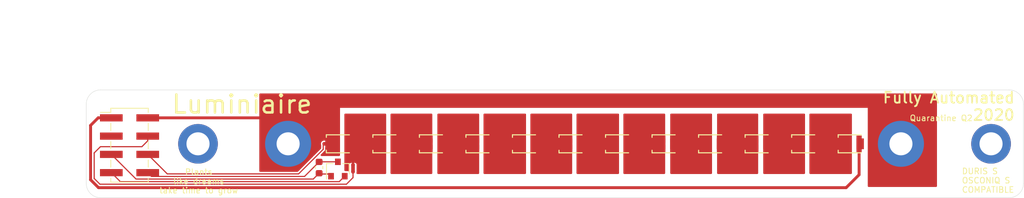
<source format=kicad_pcb>
(kicad_pcb (version 20171130) (host pcbnew 5.1.6)

  (general
    (thickness 1.6)
    (drawings 18)
    (tracks 42)
    (zones 0)
    (modules 22)
    (nets 19)
  )

  (page A4)
  (layers
    (0 F.Cu signal)
    (31 B.Cu signal)
    (32 B.Adhes user)
    (33 F.Adhes user)
    (34 B.Paste user)
    (35 F.Paste user)
    (36 B.SilkS user)
    (37 F.SilkS user)
    (38 B.Mask user hide)
    (39 F.Mask user)
    (40 Dwgs.User user)
    (41 Cmts.User user)
    (42 Eco1.User user)
    (43 Eco2.User user)
    (44 Edge.Cuts user)
    (45 Margin user)
    (46 B.CrtYd user)
    (47 F.CrtYd user)
    (48 B.Fab user)
    (49 F.Fab user hide)
  )

  (setup
    (last_trace_width 0.25)
    (user_trace_width 0.09)
    (user_trace_width 0.127)
    (user_trace_width 0.16)
    (user_trace_width 0.2)
    (user_trace_width 0.3)
    (user_trace_width 0.4)
    (user_trace_width 0.5)
    (user_trace_width 2)
    (trace_clearance 0.2)
    (zone_clearance 0.25)
    (zone_45_only no)
    (trace_min 0.09)
    (via_size 0.8)
    (via_drill 0.4)
    (via_min_size 0.4)
    (via_min_drill 0.3)
    (user_via 0.6 0.4)
    (uvia_size 0.3)
    (uvia_drill 0.1)
    (uvias_allowed no)
    (uvia_min_size 0.2)
    (uvia_min_drill 0.1)
    (edge_width 0.05)
    (segment_width 0.2)
    (pcb_text_width 0.3)
    (pcb_text_size 1.5 1.5)
    (mod_edge_width 0.12)
    (mod_text_size 1 1)
    (mod_text_width 0.15)
    (pad_size 1.524 1.524)
    (pad_drill 0.762)
    (pad_to_mask_clearance 0.051)
    (solder_mask_min_width 0.25)
    (aux_axis_origin 0 0)
    (visible_elements FFFFFF7F)
    (pcbplotparams
      (layerselection 0x010fc_ffffffff)
      (usegerberextensions false)
      (usegerberattributes false)
      (usegerberadvancedattributes false)
      (creategerberjobfile false)
      (excludeedgelayer true)
      (linewidth 0.100000)
      (plotframeref false)
      (viasonmask false)
      (mode 1)
      (useauxorigin false)
      (hpglpennumber 1)
      (hpglpenspeed 20)
      (hpglpendiameter 15.000000)
      (psnegative false)
      (psa4output false)
      (plotreference true)
      (plotvalue true)
      (plotinvisibletext false)
      (padsonsilk false)
      (subtractmaskfromsilk false)
      (outputformat 1)
      (mirror false)
      (drillshape 0)
      (scaleselection 1)
      (outputdirectory "gerber/"))
  )

  (net 0 "")
  (net 1 GND)
  (net 2 /Vtemp)
  (net 3 +3V3)
  (net 4 VDD)
  (net 5 /N1)
  (net 6 /N2)
  (net 7 /N3)
  (net 8 GNDA)
  (net 9 /MONITOR_N)
  (net 10 /MONITOR_P)
  (net 11 /N11)
  (net 12 /N10)
  (net 13 /N9)
  (net 14 /N8)
  (net 15 /N7)
  (net 16 /N6)
  (net 17 /N5)
  (net 18 /N4)

  (net_class Default "This is the default net class."
    (clearance 0.2)
    (trace_width 0.25)
    (via_dia 0.8)
    (via_drill 0.4)
    (uvia_dia 0.3)
    (uvia_drill 0.1)
    (add_net +3V3)
    (add_net /MONITOR_N)
    (add_net /MONITOR_P)
    (add_net /N1)
    (add_net /N10)
    (add_net /N11)
    (add_net /N2)
    (add_net /N3)
    (add_net /N4)
    (add_net /N5)
    (add_net /N6)
    (add_net /N7)
    (add_net /N8)
    (add_net /N9)
    (add_net /Vtemp)
    (add_net GND)
    (add_net GNDA)
    (add_net VDD)
  )

  (module Automated:LED_Osram_DURIS_S5_3x2.55x0.6mm (layer F.Cu) (tedit 5F1742BE) (tstamp 5E8DBC95)
    (at 121 85)
    (descr "Osram DURIS S5 LED")
    (tags "osram duris s5 led")
    (path /5E5C4033)
    (attr smd)
    (fp_text reference D12 (at 0 2.175) (layer F.SilkS) hide
      (effects (font (size 1 1) (thickness 0.15)))
    )
    (fp_text value LED_ALT (at 0 -0.5) (layer F.Fab)
      (effects (font (size 1 1) (thickness 0.15)))
    )
    (fp_line (start -1.7 -0.9) (end -1.7 -1.25) (layer F.SilkS) (width 0.15))
    (fp_line (start -1.7 1.25) (end -1.7 0.9) (layer F.SilkS) (width 0.15))
    (fp_line (start -1.7 1.25) (end 1.5 1.25) (layer F.SilkS) (width 0.15))
    (fp_line (start -1.7 -1.25) (end 1.5 -1.25) (layer F.SilkS) (width 0.15))
    (fp_line (start -1.5 -1.275) (end -1.5 1.275) (layer F.CrtYd) (width 0.12))
    (fp_line (start 1.5 -1.275) (end -1.5 -1.275) (layer F.CrtYd) (width 0.12))
    (fp_line (start 1.5 1.275) (end 1.5 -1.275) (layer F.CrtYd) (width 0.12))
    (fp_line (start -1.5 1.275) (end 1.5 1.275) (layer F.CrtYd) (width 0.12))
    (pad 2 smd rect (at 1.325 0.425) (size 0.95 0.5025) (layers F.Cu F.Paste F.Mask)
      (net 5 /N1))
    (pad 2 smd rect (at 1.175 0.65 180) (size 0.65 0.95) (layers F.Cu F.Paste F.Mask)
      (net 5 /N1))
    (pad 1 smd rect (at -1.15 -0.625) (size 0.7 0.95) (layers F.Cu F.Paste F.Mask)
      (net 1 GND))
    (pad 1 smd rect (at -1.3 -0.425) (size 1 0.55) (layers F.Cu F.Paste F.Mask)
      (net 1 GND))
    (pad 2 smd rect (at 1.175 -0.65 180) (size 0.65 0.95) (layers F.Cu F.Paste F.Mask)
      (net 5 /N1))
    (pad 2 smd rect (at 1.325 -0.425) (size 0.95 0.5025) (layers F.Cu F.Paste F.Mask)
      (net 5 /N1))
    (pad 1 smd rect (at -1.3 0.425) (size 1 0.55) (layers F.Cu F.Paste F.Mask)
      (net 1 GND))
    (pad 1 smd rect (at -1.15 0.625) (size 0.7 0.95) (layers F.Cu F.Paste F.Mask)
      (net 1 GND))
    (pad 1 smd rect (at -0.2 -0.625 180) (size 0.65 0.95) (layers F.Cu F.Paste F.Mask)
      (net 1 GND))
    (pad 1 smd rect (at -0.2 0.625) (size 0.65 0.95) (layers F.Cu F.Paste F.Mask)
      (net 1 GND))
    (pad 2 smd rect (at 1.345 0) (size 1.03 1.5) (layers F.Cu F.Mask)
      (net 5 /N1))
    (pad 2 smd rect (at 1.195 0) (size 0.73 2.3) (layers F.Cu F.Mask)
      (net 5 /N1))
    (pad 1 smd rect (at -0.71 0) (size 1.68 2.3) (layers F.Cu F.Mask)
      (net 1 GND))
    (pad 1 smd rect (at -0.86 0) (size 1.98 1.5) (layers F.Cu F.Mask)
      (net 1 GND))
    (model ${KIPRJMOD}/CAD_GX_PSLX31_20160316/GX_PSLX31_20160316_geometry.STEP
      (at (xyz 0 0 0))
      (scale (xyz 1 1 1))
      (rotate (xyz 0 0 0))
    )
  )

  (module NetTie:NetTie-2_SMD_Pad0.5mm (layer F.Cu) (tedit 5A1CF6D3) (tstamp 5E8DAA18)
    (at 119.5 85 180)
    (descr "Net tie, 2 pin, 0.5mm square SMD pads")
    (tags "net tie")
    (path /5E7EDC7C)
    (attr virtual)
    (fp_text reference NT2 (at 0 -1.2) (layer F.SilkS) hide
      (effects (font (size 1 1) (thickness 0.15)))
    )
    (fp_text value NONITOR_N (at 0 1.2) (layer F.Fab)
      (effects (font (size 1 1) (thickness 0.15)))
    )
    (fp_poly (pts (xy -0.5 -0.25) (xy 0.5 -0.25) (xy 0.5 0.25) (xy -0.5 0.25)) (layer F.Cu) (width 0))
    (fp_line (start 1 -0.5) (end -1 -0.5) (layer F.CrtYd) (width 0.05))
    (fp_line (start 1 0.5) (end 1 -0.5) (layer F.CrtYd) (width 0.05))
    (fp_line (start -1 0.5) (end 1 0.5) (layer F.CrtYd) (width 0.05))
    (fp_line (start -1 -0.5) (end -1 0.5) (layer F.CrtYd) (width 0.05))
    (pad 2 smd circle (at 0.5 0 180) (size 0.5 0.5) (layers F.Cu)
      (net 9 /MONITOR_N))
    (pad 1 smd circle (at -0.5 0 180) (size 0.5 0.5) (layers F.Cu)
      (net 1 GND))
  )

  (module MountingHole:MountingHole_3.2mm_M3_Pad (layer F.Cu) (tedit 56D1B4CB) (tstamp 5E8DA9C7)
    (at 114 85)
    (descr "Mounting Hole 3.2mm, M3")
    (tags "mounting hole 3.2mm m3")
    (path /5E5CB3FA)
    (attr virtual)
    (fp_text reference H2 (at 0 -4.2) (layer F.SilkS) hide
      (effects (font (size 1 1) (thickness 0.15)))
    )
    (fp_text value M3 (at 0 4.2) (layer F.Fab)
      (effects (font (size 1 1) (thickness 0.15)))
    )
    (fp_text user %R (at 0.3 0) (layer F.Fab)
      (effects (font (size 1 1) (thickness 0.15)))
    )
    (fp_circle (center 0 0) (end 3.2 0) (layer Cmts.User) (width 0.15))
    (fp_circle (center 0 0) (end 3.45 0) (layer F.CrtYd) (width 0.05))
    (pad 1 thru_hole circle (at 0 0) (size 6.4 6.4) (drill 3.2) (layers *.Cu *.Mask)
      (net 1 GND))
  )

  (module MountingHole:MountingHole_3.2mm_M3_Pad (layer F.Cu) (tedit 56D1B4CB) (tstamp 5E8DA9B7)
    (at 199 85)
    (descr "Mounting Hole 3.2mm, M3")
    (tags "mounting hole 3.2mm m3")
    (path /5E5CAE78)
    (attr virtual)
    (fp_text reference H1 (at 0 -4.2) (layer F.SilkS) hide
      (effects (font (size 1 1) (thickness 0.15)))
    )
    (fp_text value M3 (at 0 4.2) (layer F.Fab)
      (effects (font (size 1 1) (thickness 0.15)))
    )
    (fp_text user %R (at 0.3 0) (layer F.Fab)
      (effects (font (size 1 1) (thickness 0.15)))
    )
    (fp_circle (center 0 0) (end 3.2 0) (layer Cmts.User) (width 0.15))
    (fp_circle (center 0 0) (end 3.45 0) (layer F.CrtYd) (width 0.05))
    (pad 1 thru_hole circle (at 0 0) (size 6.4 6.4) (drill 3.2) (layers *.Cu *.Mask)
      (net 1 GND))
  )

  (module MountingHole:MountingHole_3.2mm_M3_ISO14580_Pad (layer F.Cu) (tedit 56D1B4CB) (tstamp 5E8DDA8F)
    (at 211.5 85)
    (descr "Mounting Hole 3.2mm, M3, ISO14580")
    (tags "mounting hole 3.2mm m3 iso14580")
    (path /5E93976F)
    (attr virtual)
    (fp_text reference H4 (at 0 -3.75) (layer F.SilkS) hide
      (effects (font (size 1 1) (thickness 0.15)))
    )
    (fp_text value M3 (at 0 3.75) (layer F.Fab)
      (effects (font (size 1 1) (thickness 0.15)))
    )
    (fp_text user %R (at 0.3 0) (layer F.Fab)
      (effects (font (size 1 1) (thickness 0.15)))
    )
    (fp_circle (center 0 0) (end 2.75 0) (layer Cmts.User) (width 0.15))
    (fp_circle (center 0 0) (end 3 0) (layer F.CrtYd) (width 0.05))
    (pad 1 thru_hole circle (at 0 0) (size 5.5 5.5) (drill 3.2) (layers *.Cu *.Mask))
  )

  (module MountingHole:MountingHole_3.2mm_M3_ISO14580_Pad (layer F.Cu) (tedit 56D1B4CB) (tstamp 5E8DDC66)
    (at 101.5 85)
    (descr "Mounting Hole 3.2mm, M3, ISO14580")
    (tags "mounting hole 3.2mm m3 iso14580")
    (path /5E938871)
    (attr virtual)
    (fp_text reference H3 (at 0 -3.75) (layer F.SilkS) hide
      (effects (font (size 1 1) (thickness 0.15)))
    )
    (fp_text value M3 (at 0 3.75) (layer F.Fab)
      (effects (font (size 1 1) (thickness 0.15)))
    )
    (fp_text user %R (at 0.3 0) (layer F.Fab)
      (effects (font (size 1 1) (thickness 0.15)))
    )
    (fp_circle (center 0 0) (end 2.75 0) (layer Cmts.User) (width 0.15))
    (fp_circle (center 0 0) (end 3 0) (layer F.CrtYd) (width 0.05))
    (pad 1 thru_hole circle (at 0 0) (size 5.5 5.5) (drill 3.2) (layers *.Cu *.Mask))
  )

  (module Package_TO_SOT_SMD:SOT-23 (layer F.Cu) (tedit 5A02FF57) (tstamp 5E8DDD00)
    (at 120.9 88.5 90)
    (descr "SOT-23, Standard")
    (tags SOT-23)
    (path /5E5B423A)
    (attr smd)
    (fp_text reference U1 (at 0 -2.5 90) (layer F.SilkS) hide
      (effects (font (size 1 1) (thickness 0.15)))
    )
    (fp_text value TMP23xDBZ (at 0 2.5 90) (layer F.Fab)
      (effects (font (size 1 1) (thickness 0.15)))
    )
    (fp_text user %R (at 0 0) (layer F.Fab)
      (effects (font (size 0.5 0.5) (thickness 0.075)))
    )
    (fp_line (start -0.7 -0.95) (end -0.7 1.5) (layer F.Fab) (width 0.1))
    (fp_line (start -0.15 -1.52) (end 0.7 -1.52) (layer F.Fab) (width 0.1))
    (fp_line (start -0.7 -0.95) (end -0.15 -1.52) (layer F.Fab) (width 0.1))
    (fp_line (start 0.7 -1.52) (end 0.7 1.52) (layer F.Fab) (width 0.1))
    (fp_line (start -0.7 1.52) (end 0.7 1.52) (layer F.Fab) (width 0.1))
    (fp_line (start 0.76 1.58) (end 0.76 0.65) (layer F.SilkS) (width 0.12))
    (fp_line (start 0.76 -1.58) (end 0.76 -0.65) (layer F.SilkS) (width 0.12))
    (fp_line (start -1.7 -1.75) (end 1.7 -1.75) (layer F.CrtYd) (width 0.05))
    (fp_line (start 1.7 -1.75) (end 1.7 1.75) (layer F.CrtYd) (width 0.05))
    (fp_line (start 1.7 1.75) (end -1.7 1.75) (layer F.CrtYd) (width 0.05))
    (fp_line (start -1.7 1.75) (end -1.7 -1.75) (layer F.CrtYd) (width 0.05))
    (fp_line (start 0.76 -1.58) (end -1.4 -1.58) (layer F.SilkS) (width 0.12))
    (fp_line (start 0.76 1.58) (end -0.7 1.58) (layer F.SilkS) (width 0.12))
    (pad 3 smd rect (at 1 0 90) (size 0.9 0.8) (layers F.Cu F.Paste F.Mask)
      (net 8 GNDA))
    (pad 2 smd rect (at -1 0.95 90) (size 0.9 0.8) (layers F.Cu F.Paste F.Mask)
      (net 2 /Vtemp))
    (pad 1 smd rect (at -1 -0.95 90) (size 0.9 0.8) (layers F.Cu F.Paste F.Mask)
      (net 3 +3V3))
    (model ${KISYS3DMOD}/Package_TO_SOT_SMD.3dshapes/SOT-23.wrl
      (at (xyz 0 0 0))
      (scale (xyz 1 1 1))
      (rotate (xyz 0 0 0))
    )
  )

  (module NetTie:NetTie-2_SMD_Pad0.5mm (layer F.Cu) (tedit 5A1CF6D3) (tstamp 5E8DAA0D)
    (at 123 88.4 270)
    (descr "Net tie, 2 pin, 0.5mm square SMD pads")
    (tags "net tie")
    (path /5E7ED995)
    (attr virtual)
    (fp_text reference NT1 (at 0 -1.2 90) (layer F.SilkS) hide
      (effects (font (size 1 1) (thickness 0.15)))
    )
    (fp_text value MONITOR_P (at 0 1.2 90) (layer F.Fab)
      (effects (font (size 1 1) (thickness 0.15)))
    )
    (fp_poly (pts (xy -0.5 -0.25) (xy 0.5 -0.25) (xy 0.5 0.25) (xy -0.5 0.25)) (layer F.Cu) (width 0))
    (fp_line (start 1 -0.5) (end -1 -0.5) (layer F.CrtYd) (width 0.05))
    (fp_line (start 1 0.5) (end 1 -0.5) (layer F.CrtYd) (width 0.05))
    (fp_line (start -1 0.5) (end 1 0.5) (layer F.CrtYd) (width 0.05))
    (fp_line (start -1 -0.5) (end -1 0.5) (layer F.CrtYd) (width 0.05))
    (pad 2 smd circle (at 0.5 0 270) (size 0.5 0.5) (layers F.Cu)
      (net 10 /MONITOR_P))
    (pad 1 smd circle (at -0.5 0 270) (size 0.5 0.5) (layers F.Cu)
      (net 5 /N1))
  )

  (module Connector_PinHeader_2.54mm:PinHeader_2x04_P2.54mm_Vertical_SMD (layer F.Cu) (tedit 59FED5CC) (tstamp 5E8DE0E8)
    (at 92 85.2)
    (descr "surface-mounted straight pin header, 2x04, 2.54mm pitch, double rows")
    (tags "Surface mounted pin header SMD 2x04 2.54mm double row")
    (path /5E89C2F5)
    (attr smd)
    (fp_text reference J1 (at 0 -6.14) (layer F.SilkS) hide
      (effects (font (size 1 1) (thickness 0.15)))
    )
    (fp_text value Luminiaire_Connector (at 0 6.14) (layer F.Fab)
      (effects (font (size 1 1) (thickness 0.15)))
    )
    (fp_text user %R (at 0 0 90) (layer F.Fab)
      (effects (font (size 1 1) (thickness 0.15)))
    )
    (fp_line (start 2.54 5.08) (end -2.54 5.08) (layer F.Fab) (width 0.1))
    (fp_line (start -1.59 -5.08) (end 2.54 -5.08) (layer F.Fab) (width 0.1))
    (fp_line (start -2.54 5.08) (end -2.54 -4.13) (layer F.Fab) (width 0.1))
    (fp_line (start -2.54 -4.13) (end -1.59 -5.08) (layer F.Fab) (width 0.1))
    (fp_line (start 2.54 -5.08) (end 2.54 5.08) (layer F.Fab) (width 0.1))
    (fp_line (start -2.54 -4.13) (end -3.6 -4.13) (layer F.Fab) (width 0.1))
    (fp_line (start -3.6 -4.13) (end -3.6 -3.49) (layer F.Fab) (width 0.1))
    (fp_line (start -3.6 -3.49) (end -2.54 -3.49) (layer F.Fab) (width 0.1))
    (fp_line (start 2.54 -4.13) (end 3.6 -4.13) (layer F.Fab) (width 0.1))
    (fp_line (start 3.6 -4.13) (end 3.6 -3.49) (layer F.Fab) (width 0.1))
    (fp_line (start 3.6 -3.49) (end 2.54 -3.49) (layer F.Fab) (width 0.1))
    (fp_line (start -2.54 -1.59) (end -3.6 -1.59) (layer F.Fab) (width 0.1))
    (fp_line (start -3.6 -1.59) (end -3.6 -0.95) (layer F.Fab) (width 0.1))
    (fp_line (start -3.6 -0.95) (end -2.54 -0.95) (layer F.Fab) (width 0.1))
    (fp_line (start 2.54 -1.59) (end 3.6 -1.59) (layer F.Fab) (width 0.1))
    (fp_line (start 3.6 -1.59) (end 3.6 -0.95) (layer F.Fab) (width 0.1))
    (fp_line (start 3.6 -0.95) (end 2.54 -0.95) (layer F.Fab) (width 0.1))
    (fp_line (start -2.54 0.95) (end -3.6 0.95) (layer F.Fab) (width 0.1))
    (fp_line (start -3.6 0.95) (end -3.6 1.59) (layer F.Fab) (width 0.1))
    (fp_line (start -3.6 1.59) (end -2.54 1.59) (layer F.Fab) (width 0.1))
    (fp_line (start 2.54 0.95) (end 3.6 0.95) (layer F.Fab) (width 0.1))
    (fp_line (start 3.6 0.95) (end 3.6 1.59) (layer F.Fab) (width 0.1))
    (fp_line (start 3.6 1.59) (end 2.54 1.59) (layer F.Fab) (width 0.1))
    (fp_line (start -2.54 3.49) (end -3.6 3.49) (layer F.Fab) (width 0.1))
    (fp_line (start -3.6 3.49) (end -3.6 4.13) (layer F.Fab) (width 0.1))
    (fp_line (start -3.6 4.13) (end -2.54 4.13) (layer F.Fab) (width 0.1))
    (fp_line (start 2.54 3.49) (end 3.6 3.49) (layer F.Fab) (width 0.1))
    (fp_line (start 3.6 3.49) (end 3.6 4.13) (layer F.Fab) (width 0.1))
    (fp_line (start 3.6 4.13) (end 2.54 4.13) (layer F.Fab) (width 0.1))
    (fp_line (start -2.6 -5.14) (end 2.6 -5.14) (layer F.SilkS) (width 0.12))
    (fp_line (start -2.6 5.14) (end 2.6 5.14) (layer F.SilkS) (width 0.12))
    (fp_line (start -4.04 -4.57) (end -2.6 -4.57) (layer F.SilkS) (width 0.12))
    (fp_line (start -2.6 -5.14) (end -2.6 -4.57) (layer F.SilkS) (width 0.12))
    (fp_line (start 2.6 -5.14) (end 2.6 -4.57) (layer F.SilkS) (width 0.12))
    (fp_line (start -2.6 4.57) (end -2.6 5.14) (layer F.SilkS) (width 0.12))
    (fp_line (start 2.6 4.57) (end 2.6 5.14) (layer F.SilkS) (width 0.12))
    (fp_line (start -2.6 -3.05) (end -2.6 -2.03) (layer F.SilkS) (width 0.12))
    (fp_line (start 2.6 -3.05) (end 2.6 -2.03) (layer F.SilkS) (width 0.12))
    (fp_line (start -2.6 -0.51) (end -2.6 0.51) (layer F.SilkS) (width 0.12))
    (fp_line (start 2.6 -0.51) (end 2.6 0.51) (layer F.SilkS) (width 0.12))
    (fp_line (start -2.6 2.03) (end -2.6 3.05) (layer F.SilkS) (width 0.12))
    (fp_line (start 2.6 2.03) (end 2.6 3.05) (layer F.SilkS) (width 0.12))
    (fp_line (start -5.9 -5.6) (end -5.9 5.6) (layer F.CrtYd) (width 0.05))
    (fp_line (start -5.9 5.6) (end 5.9 5.6) (layer F.CrtYd) (width 0.05))
    (fp_line (start 5.9 5.6) (end 5.9 -5.6) (layer F.CrtYd) (width 0.05))
    (fp_line (start 5.9 -5.6) (end -5.9 -5.6) (layer F.CrtYd) (width 0.05))
    (pad 8 smd rect (at 2.525 3.81) (size 3.15 1) (layers F.Cu F.Paste F.Mask)
      (net 8 GNDA))
    (pad 7 smd rect (at -2.525 3.81) (size 3.15 1) (layers F.Cu F.Paste F.Mask)
      (net 2 /Vtemp))
    (pad 6 smd rect (at 2.525 1.27) (size 3.15 1) (layers F.Cu F.Paste F.Mask)
      (net 9 /MONITOR_N))
    (pad 5 smd rect (at -2.525 1.27) (size 3.15 1) (layers F.Cu F.Paste F.Mask)
      (net 3 +3V3))
    (pad 4 smd rect (at 2.525 -1.27) (size 3.15 1) (layers F.Cu F.Paste F.Mask)
      (net 10 /MONITOR_P))
    (pad 3 smd rect (at -2.525 -1.27) (size 3.15 1) (layers F.Cu F.Paste F.Mask))
    (pad 2 smd rect (at 2.525 -3.81) (size 3.15 1) (layers F.Cu F.Paste F.Mask)
      (net 1 GND))
    (pad 1 smd rect (at -2.525 -3.81) (size 3.15 1) (layers F.Cu F.Paste F.Mask)
      (net 4 VDD))
    (model ${KISYS3DMOD}/Connector_PinHeader_2.54mm.3dshapes/PinHeader_2x04_P2.54mm_Vertical_SMD.wrl
      (at (xyz 0 0 0))
      (scale (xyz 1 1 1))
      (rotate (xyz 0 0 0))
    )
  )

  (module Automated:LED_Osram_DURIS_S5_3x2.55x0.6mm (layer F.Cu) (tedit 5F1742BE) (tstamp 5E8DBCE0)
    (at 127.454545 85)
    (descr "Osram DURIS S5 LED")
    (tags "osram duris s5 led")
    (path /5E5C39F6)
    (attr smd)
    (fp_text reference D11 (at 0 2.175) (layer F.SilkS) hide
      (effects (font (size 1 1) (thickness 0.15)))
    )
    (fp_text value LED_ALT (at 0 -0.5) (layer F.Fab)
      (effects (font (size 1 1) (thickness 0.15)))
    )
    (fp_line (start -1.7 -0.9) (end -1.7 -1.25) (layer F.SilkS) (width 0.15))
    (fp_line (start -1.7 1.25) (end -1.7 0.9) (layer F.SilkS) (width 0.15))
    (fp_line (start -1.7 1.25) (end 1.5 1.25) (layer F.SilkS) (width 0.15))
    (fp_line (start -1.7 -1.25) (end 1.5 -1.25) (layer F.SilkS) (width 0.15))
    (fp_line (start -1.5 -1.275) (end -1.5 1.275) (layer F.CrtYd) (width 0.12))
    (fp_line (start 1.5 -1.275) (end -1.5 -1.275) (layer F.CrtYd) (width 0.12))
    (fp_line (start 1.5 1.275) (end 1.5 -1.275) (layer F.CrtYd) (width 0.12))
    (fp_line (start -1.5 1.275) (end 1.5 1.275) (layer F.CrtYd) (width 0.12))
    (pad 2 smd rect (at 1.325 0.425) (size 0.95 0.5025) (layers F.Cu F.Paste F.Mask)
      (net 6 /N2))
    (pad 2 smd rect (at 1.175 0.65 180) (size 0.65 0.95) (layers F.Cu F.Paste F.Mask)
      (net 6 /N2))
    (pad 1 smd rect (at -1.15 -0.625) (size 0.7 0.95) (layers F.Cu F.Paste F.Mask)
      (net 5 /N1))
    (pad 1 smd rect (at -1.3 -0.425) (size 1 0.55) (layers F.Cu F.Paste F.Mask)
      (net 5 /N1))
    (pad 2 smd rect (at 1.175 -0.65 180) (size 0.65 0.95) (layers F.Cu F.Paste F.Mask)
      (net 6 /N2))
    (pad 2 smd rect (at 1.325 -0.425) (size 0.95 0.5025) (layers F.Cu F.Paste F.Mask)
      (net 6 /N2))
    (pad 1 smd rect (at -1.3 0.425) (size 1 0.55) (layers F.Cu F.Paste F.Mask)
      (net 5 /N1))
    (pad 1 smd rect (at -1.15 0.625) (size 0.7 0.95) (layers F.Cu F.Paste F.Mask)
      (net 5 /N1))
    (pad 1 smd rect (at -0.2 -0.625 180) (size 0.65 0.95) (layers F.Cu F.Paste F.Mask)
      (net 5 /N1))
    (pad 1 smd rect (at -0.2 0.625) (size 0.65 0.95) (layers F.Cu F.Paste F.Mask)
      (net 5 /N1))
    (pad 2 smd rect (at 1.345 0) (size 1.03 1.5) (layers F.Cu F.Mask)
      (net 6 /N2))
    (pad 2 smd rect (at 1.195 0) (size 0.73 2.3) (layers F.Cu F.Mask)
      (net 6 /N2))
    (pad 1 smd rect (at -0.71 0) (size 1.68 2.3) (layers F.Cu F.Mask)
      (net 5 /N1))
    (pad 1 smd rect (at -0.86 0) (size 1.98 1.5) (layers F.Cu F.Mask)
      (net 5 /N1))
    (model ${KIPRJMOD}/CAD_GX_PSLX31_20160316/GX_PSLX31_20160316_geometry.STEP
      (at (xyz 0 0 0))
      (scale (xyz 1 1 1))
      (rotate (xyz 0 0 0))
    )
  )

  (module Automated:LED_Osram_DURIS_S5_3x2.55x0.6mm (layer F.Cu) (tedit 5F1742BE) (tstamp 5E8DBD2B)
    (at 133.90909 85)
    (descr "Osram DURIS S5 LED")
    (tags "osram duris s5 led")
    (path /5E5C34E2)
    (attr smd)
    (fp_text reference D10 (at 0 2.175) (layer F.SilkS) hide
      (effects (font (size 1 1) (thickness 0.15)))
    )
    (fp_text value LED_ALT (at 0 -0.5) (layer F.Fab)
      (effects (font (size 1 1) (thickness 0.15)))
    )
    (fp_line (start -1.7 -0.9) (end -1.7 -1.25) (layer F.SilkS) (width 0.15))
    (fp_line (start -1.7 1.25) (end -1.7 0.9) (layer F.SilkS) (width 0.15))
    (fp_line (start -1.7 1.25) (end 1.5 1.25) (layer F.SilkS) (width 0.15))
    (fp_line (start -1.7 -1.25) (end 1.5 -1.25) (layer F.SilkS) (width 0.15))
    (fp_line (start -1.5 -1.275) (end -1.5 1.275) (layer F.CrtYd) (width 0.12))
    (fp_line (start 1.5 -1.275) (end -1.5 -1.275) (layer F.CrtYd) (width 0.12))
    (fp_line (start 1.5 1.275) (end 1.5 -1.275) (layer F.CrtYd) (width 0.12))
    (fp_line (start -1.5 1.275) (end 1.5 1.275) (layer F.CrtYd) (width 0.12))
    (pad 2 smd rect (at 1.325 0.425) (size 0.95 0.5025) (layers F.Cu F.Paste F.Mask)
      (net 7 /N3))
    (pad 2 smd rect (at 1.175 0.65 180) (size 0.65 0.95) (layers F.Cu F.Paste F.Mask)
      (net 7 /N3))
    (pad 1 smd rect (at -1.15 -0.625) (size 0.7 0.95) (layers F.Cu F.Paste F.Mask)
      (net 6 /N2))
    (pad 1 smd rect (at -1.3 -0.425) (size 1 0.55) (layers F.Cu F.Paste F.Mask)
      (net 6 /N2))
    (pad 2 smd rect (at 1.175 -0.65 180) (size 0.65 0.95) (layers F.Cu F.Paste F.Mask)
      (net 7 /N3))
    (pad 2 smd rect (at 1.325 -0.425) (size 0.95 0.5025) (layers F.Cu F.Paste F.Mask)
      (net 7 /N3))
    (pad 1 smd rect (at -1.3 0.425) (size 1 0.55) (layers F.Cu F.Paste F.Mask)
      (net 6 /N2))
    (pad 1 smd rect (at -1.15 0.625) (size 0.7 0.95) (layers F.Cu F.Paste F.Mask)
      (net 6 /N2))
    (pad 1 smd rect (at -0.2 -0.625 180) (size 0.65 0.95) (layers F.Cu F.Paste F.Mask)
      (net 6 /N2))
    (pad 1 smd rect (at -0.2 0.625) (size 0.65 0.95) (layers F.Cu F.Paste F.Mask)
      (net 6 /N2))
    (pad 2 smd rect (at 1.345 0) (size 1.03 1.5) (layers F.Cu F.Mask)
      (net 7 /N3))
    (pad 2 smd rect (at 1.195 0) (size 0.73 2.3) (layers F.Cu F.Mask)
      (net 7 /N3))
    (pad 1 smd rect (at -0.71 0) (size 1.68 2.3) (layers F.Cu F.Mask)
      (net 6 /N2))
    (pad 1 smd rect (at -0.86 0) (size 1.98 1.5) (layers F.Cu F.Mask)
      (net 6 /N2))
    (model ${KIPRJMOD}/CAD_GX_PSLX31_20160316/GX_PSLX31_20160316_geometry.STEP
      (at (xyz 0 0 0))
      (scale (xyz 1 1 1))
      (rotate (xyz 0 0 0))
    )
  )

  (module Automated:LED_Osram_DURIS_S5_3x2.55x0.6mm (layer F.Cu) (tedit 5F1742BE) (tstamp 5E8DBEED)
    (at 140.363635 85)
    (descr "Osram DURIS S5 LED")
    (tags "osram duris s5 led")
    (path /5E8FF3AE)
    (attr smd)
    (fp_text reference D9 (at 0 2.175) (layer F.SilkS) hide
      (effects (font (size 1 1) (thickness 0.15)))
    )
    (fp_text value LED_ALT (at 0 -0.5) (layer F.Fab)
      (effects (font (size 1 1) (thickness 0.15)))
    )
    (fp_line (start -1.7 -0.9) (end -1.7 -1.25) (layer F.SilkS) (width 0.15))
    (fp_line (start -1.7 1.25) (end -1.7 0.9) (layer F.SilkS) (width 0.15))
    (fp_line (start -1.7 1.25) (end 1.5 1.25) (layer F.SilkS) (width 0.15))
    (fp_line (start -1.7 -1.25) (end 1.5 -1.25) (layer F.SilkS) (width 0.15))
    (fp_line (start -1.5 -1.275) (end -1.5 1.275) (layer F.CrtYd) (width 0.12))
    (fp_line (start 1.5 -1.275) (end -1.5 -1.275) (layer F.CrtYd) (width 0.12))
    (fp_line (start 1.5 1.275) (end 1.5 -1.275) (layer F.CrtYd) (width 0.12))
    (fp_line (start -1.5 1.275) (end 1.5 1.275) (layer F.CrtYd) (width 0.12))
    (pad 2 smd rect (at 1.325 0.425) (size 0.95 0.5025) (layers F.Cu F.Paste F.Mask)
      (net 18 /N4))
    (pad 2 smd rect (at 1.175 0.65 180) (size 0.65 0.95) (layers F.Cu F.Paste F.Mask)
      (net 18 /N4))
    (pad 1 smd rect (at -1.15 -0.625) (size 0.7 0.95) (layers F.Cu F.Paste F.Mask)
      (net 7 /N3))
    (pad 1 smd rect (at -1.3 -0.425) (size 1 0.55) (layers F.Cu F.Paste F.Mask)
      (net 7 /N3))
    (pad 2 smd rect (at 1.175 -0.65 180) (size 0.65 0.95) (layers F.Cu F.Paste F.Mask)
      (net 18 /N4))
    (pad 2 smd rect (at 1.325 -0.425) (size 0.95 0.5025) (layers F.Cu F.Paste F.Mask)
      (net 18 /N4))
    (pad 1 smd rect (at -1.3 0.425) (size 1 0.55) (layers F.Cu F.Paste F.Mask)
      (net 7 /N3))
    (pad 1 smd rect (at -1.15 0.625) (size 0.7 0.95) (layers F.Cu F.Paste F.Mask)
      (net 7 /N3))
    (pad 1 smd rect (at -0.2 -0.625 180) (size 0.65 0.95) (layers F.Cu F.Paste F.Mask)
      (net 7 /N3))
    (pad 1 smd rect (at -0.2 0.625) (size 0.65 0.95) (layers F.Cu F.Paste F.Mask)
      (net 7 /N3))
    (pad 2 smd rect (at 1.345 0) (size 1.03 1.5) (layers F.Cu F.Mask)
      (net 18 /N4))
    (pad 2 smd rect (at 1.195 0) (size 0.73 2.3) (layers F.Cu F.Mask)
      (net 18 /N4))
    (pad 1 smd rect (at -0.71 0) (size 1.68 2.3) (layers F.Cu F.Mask)
      (net 7 /N3))
    (pad 1 smd rect (at -0.86 0) (size 1.98 1.5) (layers F.Cu F.Mask)
      (net 7 /N3))
    (model ${KIPRJMOD}/CAD_GX_PSLX31_20160316/GX_PSLX31_20160316_geometry.STEP
      (at (xyz 0 0 0))
      (scale (xyz 1 1 1))
      (rotate (xyz 0 0 0))
    )
  )

  (module Automated:LED_Osram_DURIS_S5_3x2.55x0.6mm (layer F.Cu) (tedit 5F1742BE) (tstamp 5E8DBEA2)
    (at 146.81818 85)
    (descr "Osram DURIS S5 LED")
    (tags "osram duris s5 led")
    (path /5E8FE4DB)
    (attr smd)
    (fp_text reference D8 (at 0 2.175) (layer F.SilkS) hide
      (effects (font (size 1 1) (thickness 0.15)))
    )
    (fp_text value LED_ALT (at 0 -0.5) (layer F.Fab)
      (effects (font (size 1 1) (thickness 0.15)))
    )
    (fp_line (start -1.7 -0.9) (end -1.7 -1.25) (layer F.SilkS) (width 0.15))
    (fp_line (start -1.7 1.25) (end -1.7 0.9) (layer F.SilkS) (width 0.15))
    (fp_line (start -1.7 1.25) (end 1.5 1.25) (layer F.SilkS) (width 0.15))
    (fp_line (start -1.7 -1.25) (end 1.5 -1.25) (layer F.SilkS) (width 0.15))
    (fp_line (start -1.5 -1.275) (end -1.5 1.275) (layer F.CrtYd) (width 0.12))
    (fp_line (start 1.5 -1.275) (end -1.5 -1.275) (layer F.CrtYd) (width 0.12))
    (fp_line (start 1.5 1.275) (end 1.5 -1.275) (layer F.CrtYd) (width 0.12))
    (fp_line (start -1.5 1.275) (end 1.5 1.275) (layer F.CrtYd) (width 0.12))
    (pad 2 smd rect (at 1.325 0.425) (size 0.95 0.5025) (layers F.Cu F.Paste F.Mask)
      (net 17 /N5))
    (pad 2 smd rect (at 1.175 0.65 180) (size 0.65 0.95) (layers F.Cu F.Paste F.Mask)
      (net 17 /N5))
    (pad 1 smd rect (at -1.15 -0.625) (size 0.7 0.95) (layers F.Cu F.Paste F.Mask)
      (net 18 /N4))
    (pad 1 smd rect (at -1.3 -0.425) (size 1 0.55) (layers F.Cu F.Paste F.Mask)
      (net 18 /N4))
    (pad 2 smd rect (at 1.175 -0.65 180) (size 0.65 0.95) (layers F.Cu F.Paste F.Mask)
      (net 17 /N5))
    (pad 2 smd rect (at 1.325 -0.425) (size 0.95 0.5025) (layers F.Cu F.Paste F.Mask)
      (net 17 /N5))
    (pad 1 smd rect (at -1.3 0.425) (size 1 0.55) (layers F.Cu F.Paste F.Mask)
      (net 18 /N4))
    (pad 1 smd rect (at -1.15 0.625) (size 0.7 0.95) (layers F.Cu F.Paste F.Mask)
      (net 18 /N4))
    (pad 1 smd rect (at -0.2 -0.625 180) (size 0.65 0.95) (layers F.Cu F.Paste F.Mask)
      (net 18 /N4))
    (pad 1 smd rect (at -0.2 0.625) (size 0.65 0.95) (layers F.Cu F.Paste F.Mask)
      (net 18 /N4))
    (pad 2 smd rect (at 1.345 0) (size 1.03 1.5) (layers F.Cu F.Mask)
      (net 17 /N5))
    (pad 2 smd rect (at 1.195 0) (size 0.73 2.3) (layers F.Cu F.Mask)
      (net 17 /N5))
    (pad 1 smd rect (at -0.71 0) (size 1.68 2.3) (layers F.Cu F.Mask)
      (net 18 /N4))
    (pad 1 smd rect (at -0.86 0) (size 1.98 1.5) (layers F.Cu F.Mask)
      (net 18 /N4))
    (model ${KIPRJMOD}/CAD_GX_PSLX31_20160316/GX_PSLX31_20160316_geometry.STEP
      (at (xyz 0 0 0))
      (scale (xyz 1 1 1))
      (rotate (xyz 0 0 0))
    )
  )

  (module Automated:LED_Osram_DURIS_S5_3x2.55x0.6mm (layer F.Cu) (tedit 5F1742BE) (tstamp 5E8DBD76)
    (at 153.272725 85)
    (descr "Osram DURIS S5 LED")
    (tags "osram duris s5 led")
    (path /5E8F201B)
    (attr smd)
    (fp_text reference D7 (at 0 2.175) (layer F.SilkS) hide
      (effects (font (size 1 1) (thickness 0.15)))
    )
    (fp_text value LED_ALT (at 0 -0.5) (layer F.Fab)
      (effects (font (size 1 1) (thickness 0.15)))
    )
    (fp_line (start -1.7 -0.9) (end -1.7 -1.25) (layer F.SilkS) (width 0.15))
    (fp_line (start -1.7 1.25) (end -1.7 0.9) (layer F.SilkS) (width 0.15))
    (fp_line (start -1.7 1.25) (end 1.5 1.25) (layer F.SilkS) (width 0.15))
    (fp_line (start -1.7 -1.25) (end 1.5 -1.25) (layer F.SilkS) (width 0.15))
    (fp_line (start -1.5 -1.275) (end -1.5 1.275) (layer F.CrtYd) (width 0.12))
    (fp_line (start 1.5 -1.275) (end -1.5 -1.275) (layer F.CrtYd) (width 0.12))
    (fp_line (start 1.5 1.275) (end 1.5 -1.275) (layer F.CrtYd) (width 0.12))
    (fp_line (start -1.5 1.275) (end 1.5 1.275) (layer F.CrtYd) (width 0.12))
    (pad 2 smd rect (at 1.325 0.425) (size 0.95 0.5025) (layers F.Cu F.Paste F.Mask)
      (net 16 /N6))
    (pad 2 smd rect (at 1.175 0.65 180) (size 0.65 0.95) (layers F.Cu F.Paste F.Mask)
      (net 16 /N6))
    (pad 1 smd rect (at -1.15 -0.625) (size 0.7 0.95) (layers F.Cu F.Paste F.Mask)
      (net 17 /N5))
    (pad 1 smd rect (at -1.3 -0.425) (size 1 0.55) (layers F.Cu F.Paste F.Mask)
      (net 17 /N5))
    (pad 2 smd rect (at 1.175 -0.65 180) (size 0.65 0.95) (layers F.Cu F.Paste F.Mask)
      (net 16 /N6))
    (pad 2 smd rect (at 1.325 -0.425) (size 0.95 0.5025) (layers F.Cu F.Paste F.Mask)
      (net 16 /N6))
    (pad 1 smd rect (at -1.3 0.425) (size 1 0.55) (layers F.Cu F.Paste F.Mask)
      (net 17 /N5))
    (pad 1 smd rect (at -1.15 0.625) (size 0.7 0.95) (layers F.Cu F.Paste F.Mask)
      (net 17 /N5))
    (pad 1 smd rect (at -0.2 -0.625 180) (size 0.65 0.95) (layers F.Cu F.Paste F.Mask)
      (net 17 /N5))
    (pad 1 smd rect (at -0.2 0.625) (size 0.65 0.95) (layers F.Cu F.Paste F.Mask)
      (net 17 /N5))
    (pad 2 smd rect (at 1.345 0) (size 1.03 1.5) (layers F.Cu F.Mask)
      (net 16 /N6))
    (pad 2 smd rect (at 1.195 0) (size 0.73 2.3) (layers F.Cu F.Mask)
      (net 16 /N6))
    (pad 1 smd rect (at -0.71 0) (size 1.68 2.3) (layers F.Cu F.Mask)
      (net 17 /N5))
    (pad 1 smd rect (at -0.86 0) (size 1.98 1.5) (layers F.Cu F.Mask)
      (net 17 /N5))
    (model ${KIPRJMOD}/CAD_GX_PSLX31_20160316/GX_PSLX31_20160316_geometry.STEP
      (at (xyz 0 0 0))
      (scale (xyz 1 1 1))
      (rotate (xyz 0 0 0))
    )
  )

  (module Automated:LED_Osram_DURIS_S5_3x2.55x0.6mm (layer F.Cu) (tedit 5F1742BE) (tstamp 5E8DBDC1)
    (at 159.72727 85)
    (descr "Osram DURIS S5 LED")
    (tags "osram duris s5 led")
    (path /5E8F1BBC)
    (attr smd)
    (fp_text reference D6 (at 0 2.175) (layer F.SilkS) hide
      (effects (font (size 1 1) (thickness 0.15)))
    )
    (fp_text value LED_ALT (at 0 -0.5) (layer F.Fab)
      (effects (font (size 1 1) (thickness 0.15)))
    )
    (fp_line (start -1.7 -0.9) (end -1.7 -1.25) (layer F.SilkS) (width 0.15))
    (fp_line (start -1.7 1.25) (end -1.7 0.9) (layer F.SilkS) (width 0.15))
    (fp_line (start -1.7 1.25) (end 1.5 1.25) (layer F.SilkS) (width 0.15))
    (fp_line (start -1.7 -1.25) (end 1.5 -1.25) (layer F.SilkS) (width 0.15))
    (fp_line (start -1.5 -1.275) (end -1.5 1.275) (layer F.CrtYd) (width 0.12))
    (fp_line (start 1.5 -1.275) (end -1.5 -1.275) (layer F.CrtYd) (width 0.12))
    (fp_line (start 1.5 1.275) (end 1.5 -1.275) (layer F.CrtYd) (width 0.12))
    (fp_line (start -1.5 1.275) (end 1.5 1.275) (layer F.CrtYd) (width 0.12))
    (pad 2 smd rect (at 1.325 0.425) (size 0.95 0.5025) (layers F.Cu F.Paste F.Mask)
      (net 15 /N7))
    (pad 2 smd rect (at 1.175 0.65 180) (size 0.65 0.95) (layers F.Cu F.Paste F.Mask)
      (net 15 /N7))
    (pad 1 smd rect (at -1.15 -0.625) (size 0.7 0.95) (layers F.Cu F.Paste F.Mask)
      (net 16 /N6))
    (pad 1 smd rect (at -1.3 -0.425) (size 1 0.55) (layers F.Cu F.Paste F.Mask)
      (net 16 /N6))
    (pad 2 smd rect (at 1.175 -0.65 180) (size 0.65 0.95) (layers F.Cu F.Paste F.Mask)
      (net 15 /N7))
    (pad 2 smd rect (at 1.325 -0.425) (size 0.95 0.5025) (layers F.Cu F.Paste F.Mask)
      (net 15 /N7))
    (pad 1 smd rect (at -1.3 0.425) (size 1 0.55) (layers F.Cu F.Paste F.Mask)
      (net 16 /N6))
    (pad 1 smd rect (at -1.15 0.625) (size 0.7 0.95) (layers F.Cu F.Paste F.Mask)
      (net 16 /N6))
    (pad 1 smd rect (at -0.2 -0.625 180) (size 0.65 0.95) (layers F.Cu F.Paste F.Mask)
      (net 16 /N6))
    (pad 1 smd rect (at -0.2 0.625) (size 0.65 0.95) (layers F.Cu F.Paste F.Mask)
      (net 16 /N6))
    (pad 2 smd rect (at 1.345 0) (size 1.03 1.5) (layers F.Cu F.Mask)
      (net 15 /N7))
    (pad 2 smd rect (at 1.195 0) (size 0.73 2.3) (layers F.Cu F.Mask)
      (net 15 /N7))
    (pad 1 smd rect (at -0.71 0) (size 1.68 2.3) (layers F.Cu F.Mask)
      (net 16 /N6))
    (pad 1 smd rect (at -0.86 0) (size 1.98 1.5) (layers F.Cu F.Mask)
      (net 16 /N6))
    (model ${KIPRJMOD}/CAD_GX_PSLX31_20160316/GX_PSLX31_20160316_geometry.STEP
      (at (xyz 0 0 0))
      (scale (xyz 1 1 1))
      (rotate (xyz 0 0 0))
    )
  )

  (module Automated:LED_Osram_DURIS_S5_3x2.55x0.6mm (layer F.Cu) (tedit 5F1742BE) (tstamp 5E8DBE0C)
    (at 166.181815 85)
    (descr "Osram DURIS S5 LED")
    (tags "osram duris s5 led")
    (path /5E8F168F)
    (attr smd)
    (fp_text reference D5 (at 0 2.175) (layer F.SilkS) hide
      (effects (font (size 1 1) (thickness 0.15)))
    )
    (fp_text value LED_ALT (at 0 -0.5) (layer F.Fab)
      (effects (font (size 1 1) (thickness 0.15)))
    )
    (fp_line (start -1.7 -0.9) (end -1.7 -1.25) (layer F.SilkS) (width 0.15))
    (fp_line (start -1.7 1.25) (end -1.7 0.9) (layer F.SilkS) (width 0.15))
    (fp_line (start -1.7 1.25) (end 1.5 1.25) (layer F.SilkS) (width 0.15))
    (fp_line (start -1.7 -1.25) (end 1.5 -1.25) (layer F.SilkS) (width 0.15))
    (fp_line (start -1.5 -1.275) (end -1.5 1.275) (layer F.CrtYd) (width 0.12))
    (fp_line (start 1.5 -1.275) (end -1.5 -1.275) (layer F.CrtYd) (width 0.12))
    (fp_line (start 1.5 1.275) (end 1.5 -1.275) (layer F.CrtYd) (width 0.12))
    (fp_line (start -1.5 1.275) (end 1.5 1.275) (layer F.CrtYd) (width 0.12))
    (pad 2 smd rect (at 1.325 0.425) (size 0.95 0.5025) (layers F.Cu F.Paste F.Mask)
      (net 14 /N8))
    (pad 2 smd rect (at 1.175 0.65 180) (size 0.65 0.95) (layers F.Cu F.Paste F.Mask)
      (net 14 /N8))
    (pad 1 smd rect (at -1.15 -0.625) (size 0.7 0.95) (layers F.Cu F.Paste F.Mask)
      (net 15 /N7))
    (pad 1 smd rect (at -1.3 -0.425) (size 1 0.55) (layers F.Cu F.Paste F.Mask)
      (net 15 /N7))
    (pad 2 smd rect (at 1.175 -0.65 180) (size 0.65 0.95) (layers F.Cu F.Paste F.Mask)
      (net 14 /N8))
    (pad 2 smd rect (at 1.325 -0.425) (size 0.95 0.5025) (layers F.Cu F.Paste F.Mask)
      (net 14 /N8))
    (pad 1 smd rect (at -1.3 0.425) (size 1 0.55) (layers F.Cu F.Paste F.Mask)
      (net 15 /N7))
    (pad 1 smd rect (at -1.15 0.625) (size 0.7 0.95) (layers F.Cu F.Paste F.Mask)
      (net 15 /N7))
    (pad 1 smd rect (at -0.2 -0.625 180) (size 0.65 0.95) (layers F.Cu F.Paste F.Mask)
      (net 15 /N7))
    (pad 1 smd rect (at -0.2 0.625) (size 0.65 0.95) (layers F.Cu F.Paste F.Mask)
      (net 15 /N7))
    (pad 2 smd rect (at 1.345 0) (size 1.03 1.5) (layers F.Cu F.Mask)
      (net 14 /N8))
    (pad 2 smd rect (at 1.195 0) (size 0.73 2.3) (layers F.Cu F.Mask)
      (net 14 /N8))
    (pad 1 smd rect (at -0.71 0) (size 1.68 2.3) (layers F.Cu F.Mask)
      (net 15 /N7))
    (pad 1 smd rect (at -0.86 0) (size 1.98 1.5) (layers F.Cu F.Mask)
      (net 15 /N7))
    (model ${KIPRJMOD}/CAD_GX_PSLX31_20160316/GX_PSLX31_20160316_geometry.STEP
      (at (xyz 0 0 0))
      (scale (xyz 1 1 1))
      (rotate (xyz 0 0 0))
    )
  )

  (module Automated:LED_Osram_DURIS_S5_3x2.55x0.6mm (layer F.Cu) (tedit 5F1742BE) (tstamp 5E8DBF38)
    (at 172.63636 85)
    (descr "Osram DURIS S5 LED")
    (tags "osram duris s5 led")
    (path /5E8F0912)
    (attr smd)
    (fp_text reference D4 (at 0 2.175) (layer F.SilkS) hide
      (effects (font (size 1 1) (thickness 0.15)))
    )
    (fp_text value LED_ALT (at 0 -0.5) (layer F.Fab)
      (effects (font (size 1 1) (thickness 0.15)))
    )
    (fp_line (start -1.7 -0.9) (end -1.7 -1.25) (layer F.SilkS) (width 0.15))
    (fp_line (start -1.7 1.25) (end -1.7 0.9) (layer F.SilkS) (width 0.15))
    (fp_line (start -1.7 1.25) (end 1.5 1.25) (layer F.SilkS) (width 0.15))
    (fp_line (start -1.7 -1.25) (end 1.5 -1.25) (layer F.SilkS) (width 0.15))
    (fp_line (start -1.5 -1.275) (end -1.5 1.275) (layer F.CrtYd) (width 0.12))
    (fp_line (start 1.5 -1.275) (end -1.5 -1.275) (layer F.CrtYd) (width 0.12))
    (fp_line (start 1.5 1.275) (end 1.5 -1.275) (layer F.CrtYd) (width 0.12))
    (fp_line (start -1.5 1.275) (end 1.5 1.275) (layer F.CrtYd) (width 0.12))
    (pad 2 smd rect (at 1.325 0.425) (size 0.95 0.5025) (layers F.Cu F.Paste F.Mask)
      (net 13 /N9))
    (pad 2 smd rect (at 1.175 0.65 180) (size 0.65 0.95) (layers F.Cu F.Paste F.Mask)
      (net 13 /N9))
    (pad 1 smd rect (at -1.15 -0.625) (size 0.7 0.95) (layers F.Cu F.Paste F.Mask)
      (net 14 /N8))
    (pad 1 smd rect (at -1.3 -0.425) (size 1 0.55) (layers F.Cu F.Paste F.Mask)
      (net 14 /N8))
    (pad 2 smd rect (at 1.175 -0.65 180) (size 0.65 0.95) (layers F.Cu F.Paste F.Mask)
      (net 13 /N9))
    (pad 2 smd rect (at 1.325 -0.425) (size 0.95 0.5025) (layers F.Cu F.Paste F.Mask)
      (net 13 /N9))
    (pad 1 smd rect (at -1.3 0.425) (size 1 0.55) (layers F.Cu F.Paste F.Mask)
      (net 14 /N8))
    (pad 1 smd rect (at -1.15 0.625) (size 0.7 0.95) (layers F.Cu F.Paste F.Mask)
      (net 14 /N8))
    (pad 1 smd rect (at -0.2 -0.625 180) (size 0.65 0.95) (layers F.Cu F.Paste F.Mask)
      (net 14 /N8))
    (pad 1 smd rect (at -0.2 0.625) (size 0.65 0.95) (layers F.Cu F.Paste F.Mask)
      (net 14 /N8))
    (pad 2 smd rect (at 1.345 0) (size 1.03 1.5) (layers F.Cu F.Mask)
      (net 13 /N9))
    (pad 2 smd rect (at 1.195 0) (size 0.73 2.3) (layers F.Cu F.Mask)
      (net 13 /N9))
    (pad 1 smd rect (at -0.71 0) (size 1.68 2.3) (layers F.Cu F.Mask)
      (net 14 /N8))
    (pad 1 smd rect (at -0.86 0) (size 1.98 1.5) (layers F.Cu F.Mask)
      (net 14 /N8))
    (model ${KIPRJMOD}/CAD_GX_PSLX31_20160316/GX_PSLX31_20160316_geometry.STEP
      (at (xyz 0 0 0))
      (scale (xyz 1 1 1))
      (rotate (xyz 0 0 0))
    )
  )

  (module Automated:LED_Osram_DURIS_S5_3x2.55x0.6mm (layer F.Cu) (tedit 5F1742BE) (tstamp 5E8DBE57)
    (at 179.090905 85)
    (descr "Osram DURIS S5 LED")
    (tags "osram duris s5 led")
    (path /5E8EFA96)
    (attr smd)
    (fp_text reference D3 (at 0 2.175) (layer F.SilkS) hide
      (effects (font (size 1 1) (thickness 0.15)))
    )
    (fp_text value LED_ALT (at 0 -0.5) (layer F.Fab)
      (effects (font (size 1 1) (thickness 0.15)))
    )
    (fp_line (start -1.7 -0.9) (end -1.7 -1.25) (layer F.SilkS) (width 0.15))
    (fp_line (start -1.7 1.25) (end -1.7 0.9) (layer F.SilkS) (width 0.15))
    (fp_line (start -1.7 1.25) (end 1.5 1.25) (layer F.SilkS) (width 0.15))
    (fp_line (start -1.7 -1.25) (end 1.5 -1.25) (layer F.SilkS) (width 0.15))
    (fp_line (start -1.5 -1.275) (end -1.5 1.275) (layer F.CrtYd) (width 0.12))
    (fp_line (start 1.5 -1.275) (end -1.5 -1.275) (layer F.CrtYd) (width 0.12))
    (fp_line (start 1.5 1.275) (end 1.5 -1.275) (layer F.CrtYd) (width 0.12))
    (fp_line (start -1.5 1.275) (end 1.5 1.275) (layer F.CrtYd) (width 0.12))
    (pad 2 smd rect (at 1.325 0.425) (size 0.95 0.5025) (layers F.Cu F.Paste F.Mask)
      (net 12 /N10))
    (pad 2 smd rect (at 1.175 0.65 180) (size 0.65 0.95) (layers F.Cu F.Paste F.Mask)
      (net 12 /N10))
    (pad 1 smd rect (at -1.15 -0.625) (size 0.7 0.95) (layers F.Cu F.Paste F.Mask)
      (net 13 /N9))
    (pad 1 smd rect (at -1.3 -0.425) (size 1 0.55) (layers F.Cu F.Paste F.Mask)
      (net 13 /N9))
    (pad 2 smd rect (at 1.175 -0.65 180) (size 0.65 0.95) (layers F.Cu F.Paste F.Mask)
      (net 12 /N10))
    (pad 2 smd rect (at 1.325 -0.425) (size 0.95 0.5025) (layers F.Cu F.Paste F.Mask)
      (net 12 /N10))
    (pad 1 smd rect (at -1.3 0.425) (size 1 0.55) (layers F.Cu F.Paste F.Mask)
      (net 13 /N9))
    (pad 1 smd rect (at -1.15 0.625) (size 0.7 0.95) (layers F.Cu F.Paste F.Mask)
      (net 13 /N9))
    (pad 1 smd rect (at -0.2 -0.625 180) (size 0.65 0.95) (layers F.Cu F.Paste F.Mask)
      (net 13 /N9))
    (pad 1 smd rect (at -0.2 0.625) (size 0.65 0.95) (layers F.Cu F.Paste F.Mask)
      (net 13 /N9))
    (pad 2 smd rect (at 1.345 0) (size 1.03 1.5) (layers F.Cu F.Mask)
      (net 12 /N10))
    (pad 2 smd rect (at 1.195 0) (size 0.73 2.3) (layers F.Cu F.Mask)
      (net 12 /N10))
    (pad 1 smd rect (at -0.71 0) (size 1.68 2.3) (layers F.Cu F.Mask)
      (net 13 /N9))
    (pad 1 smd rect (at -0.86 0) (size 1.98 1.5) (layers F.Cu F.Mask)
      (net 13 /N9))
    (model ${KIPRJMOD}/CAD_GX_PSLX31_20160316/GX_PSLX31_20160316_geometry.STEP
      (at (xyz 0 0 0))
      (scale (xyz 1 1 1))
      (rotate (xyz 0 0 0))
    )
  )

  (module Automated:LED_Osram_DURIS_S5_3x2.55x0.6mm (layer F.Cu) (tedit 5F1742BE) (tstamp 5E8DBF83)
    (at 185.54545 85)
    (descr "Osram DURIS S5 LED")
    (tags "osram duris s5 led")
    (path /5E8EEA26)
    (attr smd)
    (fp_text reference D2 (at 0 2.175) (layer F.SilkS) hide
      (effects (font (size 1 1) (thickness 0.15)))
    )
    (fp_text value LED_ALT (at 0 -0.5) (layer F.Fab)
      (effects (font (size 1 1) (thickness 0.15)))
    )
    (fp_line (start -1.7 -0.9) (end -1.7 -1.25) (layer F.SilkS) (width 0.15))
    (fp_line (start -1.7 1.25) (end -1.7 0.9) (layer F.SilkS) (width 0.15))
    (fp_line (start -1.7 1.25) (end 1.5 1.25) (layer F.SilkS) (width 0.15))
    (fp_line (start -1.7 -1.25) (end 1.5 -1.25) (layer F.SilkS) (width 0.15))
    (fp_line (start -1.5 -1.275) (end -1.5 1.275) (layer F.CrtYd) (width 0.12))
    (fp_line (start 1.5 -1.275) (end -1.5 -1.275) (layer F.CrtYd) (width 0.12))
    (fp_line (start 1.5 1.275) (end 1.5 -1.275) (layer F.CrtYd) (width 0.12))
    (fp_line (start -1.5 1.275) (end 1.5 1.275) (layer F.CrtYd) (width 0.12))
    (pad 2 smd rect (at 1.325 0.425) (size 0.95 0.5025) (layers F.Cu F.Paste F.Mask)
      (net 11 /N11))
    (pad 2 smd rect (at 1.175 0.65 180) (size 0.65 0.95) (layers F.Cu F.Paste F.Mask)
      (net 11 /N11))
    (pad 1 smd rect (at -1.15 -0.625) (size 0.7 0.95) (layers F.Cu F.Paste F.Mask)
      (net 12 /N10))
    (pad 1 smd rect (at -1.3 -0.425) (size 1 0.55) (layers F.Cu F.Paste F.Mask)
      (net 12 /N10))
    (pad 2 smd rect (at 1.175 -0.65 180) (size 0.65 0.95) (layers F.Cu F.Paste F.Mask)
      (net 11 /N11))
    (pad 2 smd rect (at 1.325 -0.425) (size 0.95 0.5025) (layers F.Cu F.Paste F.Mask)
      (net 11 /N11))
    (pad 1 smd rect (at -1.3 0.425) (size 1 0.55) (layers F.Cu F.Paste F.Mask)
      (net 12 /N10))
    (pad 1 smd rect (at -1.15 0.625) (size 0.7 0.95) (layers F.Cu F.Paste F.Mask)
      (net 12 /N10))
    (pad 1 smd rect (at -0.2 -0.625 180) (size 0.65 0.95) (layers F.Cu F.Paste F.Mask)
      (net 12 /N10))
    (pad 1 smd rect (at -0.2 0.625) (size 0.65 0.95) (layers F.Cu F.Paste F.Mask)
      (net 12 /N10))
    (pad 2 smd rect (at 1.345 0) (size 1.03 1.5) (layers F.Cu F.Mask)
      (net 11 /N11))
    (pad 2 smd rect (at 1.195 0) (size 0.73 2.3) (layers F.Cu F.Mask)
      (net 11 /N11))
    (pad 1 smd rect (at -0.71 0) (size 1.68 2.3) (layers F.Cu F.Mask)
      (net 12 /N10))
    (pad 1 smd rect (at -0.86 0) (size 1.98 1.5) (layers F.Cu F.Mask)
      (net 12 /N10))
    (model ${KIPRJMOD}/CAD_GX_PSLX31_20160316/GX_PSLX31_20160316_geometry.STEP
      (at (xyz 0 0 0))
      (scale (xyz 1 1 1))
      (rotate (xyz 0 0 0))
    )
  )

  (module Automated:LED_Osram_DURIS_S5_3x2.55x0.6mm (layer F.Cu) (tedit 5F1742BE) (tstamp 5E8DBFCE)
    (at 192 85)
    (descr "Osram DURIS S5 LED")
    (tags "osram duris s5 led")
    (path /5E5C2941)
    (attr smd)
    (fp_text reference D1 (at 0 2.175) (layer F.SilkS) hide
      (effects (font (size 1 1) (thickness 0.15)))
    )
    (fp_text value LED_ALT (at 0 -0.5) (layer F.Fab)
      (effects (font (size 1 1) (thickness 0.15)))
    )
    (fp_line (start -1.7 -0.9) (end -1.7 -1.25) (layer F.SilkS) (width 0.15))
    (fp_line (start -1.7 1.25) (end -1.7 0.9) (layer F.SilkS) (width 0.15))
    (fp_line (start -1.7 1.25) (end 1.5 1.25) (layer F.SilkS) (width 0.15))
    (fp_line (start -1.7 -1.25) (end 1.5 -1.25) (layer F.SilkS) (width 0.15))
    (fp_line (start -1.5 -1.275) (end -1.5 1.275) (layer F.CrtYd) (width 0.12))
    (fp_line (start 1.5 -1.275) (end -1.5 -1.275) (layer F.CrtYd) (width 0.12))
    (fp_line (start 1.5 1.275) (end 1.5 -1.275) (layer F.CrtYd) (width 0.12))
    (fp_line (start -1.5 1.275) (end 1.5 1.275) (layer F.CrtYd) (width 0.12))
    (pad 2 smd rect (at 1.325 0.425) (size 0.95 0.5025) (layers F.Cu F.Paste F.Mask)
      (net 4 VDD))
    (pad 2 smd rect (at 1.175 0.65 180) (size 0.65 0.95) (layers F.Cu F.Paste F.Mask)
      (net 4 VDD))
    (pad 1 smd rect (at -1.15 -0.625) (size 0.7 0.95) (layers F.Cu F.Paste F.Mask)
      (net 11 /N11))
    (pad 1 smd rect (at -1.3 -0.425) (size 1 0.55) (layers F.Cu F.Paste F.Mask)
      (net 11 /N11))
    (pad 2 smd rect (at 1.175 -0.65 180) (size 0.65 0.95) (layers F.Cu F.Paste F.Mask)
      (net 4 VDD))
    (pad 2 smd rect (at 1.325 -0.425) (size 0.95 0.5025) (layers F.Cu F.Paste F.Mask)
      (net 4 VDD))
    (pad 1 smd rect (at -1.3 0.425) (size 1 0.55) (layers F.Cu F.Paste F.Mask)
      (net 11 /N11))
    (pad 1 smd rect (at -1.15 0.625) (size 0.7 0.95) (layers F.Cu F.Paste F.Mask)
      (net 11 /N11))
    (pad 1 smd rect (at -0.2 -0.625 180) (size 0.65 0.95) (layers F.Cu F.Paste F.Mask)
      (net 11 /N11))
    (pad 1 smd rect (at -0.2 0.625) (size 0.65 0.95) (layers F.Cu F.Paste F.Mask)
      (net 11 /N11))
    (pad 2 smd rect (at 1.345 0) (size 1.03 1.5) (layers F.Cu F.Mask)
      (net 4 VDD))
    (pad 2 smd rect (at 1.195 0) (size 0.73 2.3) (layers F.Cu F.Mask)
      (net 4 VDD))
    (pad 1 smd rect (at -0.71 0) (size 1.68 2.3) (layers F.Cu F.Mask)
      (net 11 /N11))
    (pad 1 smd rect (at -0.86 0) (size 1.98 1.5) (layers F.Cu F.Mask)
      (net 11 /N11))
    (model ${KIPRJMOD}/CAD_GX_PSLX31_20160316/GX_PSLX31_20160316_geometry.STEP
      (at (xyz 0 0 0))
      (scale (xyz 1 1 1))
      (rotate (xyz 0 0 0))
    )
  )

  (module Capacitor_SMD:C_0603_1608Metric (layer F.Cu) (tedit 5B301BBE) (tstamp 5E8DA841)
    (at 118.3 88.3 90)
    (descr "Capacitor SMD 0603 (1608 Metric), square (rectangular) end terminal, IPC_7351 nominal, (Body size source: http://www.tortai-tech.com/upload/download/2011102023233369053.pdf), generated with kicad-footprint-generator")
    (tags capacitor)
    (path /5E5C713A)
    (attr smd)
    (fp_text reference C1 (at 0 -1.43 90) (layer F.SilkS) hide
      (effects (font (size 1 1) (thickness 0.15)))
    )
    (fp_text value 100nF (at 0 1.43 90) (layer F.Fab)
      (effects (font (size 1 1) (thickness 0.15)))
    )
    (fp_text user %R (at 0 0 90) (layer F.Fab)
      (effects (font (size 0.4 0.4) (thickness 0.06)))
    )
    (fp_line (start -0.8 0.4) (end -0.8 -0.4) (layer F.Fab) (width 0.1))
    (fp_line (start -0.8 -0.4) (end 0.8 -0.4) (layer F.Fab) (width 0.1))
    (fp_line (start 0.8 -0.4) (end 0.8 0.4) (layer F.Fab) (width 0.1))
    (fp_line (start 0.8 0.4) (end -0.8 0.4) (layer F.Fab) (width 0.1))
    (fp_line (start -0.162779 -0.51) (end 0.162779 -0.51) (layer F.SilkS) (width 0.12))
    (fp_line (start -0.162779 0.51) (end 0.162779 0.51) (layer F.SilkS) (width 0.12))
    (fp_line (start -1.48 0.73) (end -1.48 -0.73) (layer F.CrtYd) (width 0.05))
    (fp_line (start -1.48 -0.73) (end 1.48 -0.73) (layer F.CrtYd) (width 0.05))
    (fp_line (start 1.48 -0.73) (end 1.48 0.73) (layer F.CrtYd) (width 0.05))
    (fp_line (start 1.48 0.73) (end -1.48 0.73) (layer F.CrtYd) (width 0.05))
    (pad 2 smd roundrect (at 0.7875 0 90) (size 0.875 0.95) (layers F.Cu F.Paste F.Mask) (roundrect_rratio 0.25)
      (net 8 GNDA))
    (pad 1 smd roundrect (at -0.7875 0 90) (size 0.875 0.95) (layers F.Cu F.Paste F.Mask) (roundrect_rratio 0.25)
      (net 3 +3V3))
    (model ${KISYS3DMOD}/Capacitor_SMD.3dshapes/C_0603_1608Metric.wrl
      (at (xyz 0 0 0))
      (scale (xyz 1 1 1))
      (rotate (xyz 0 0 0))
    )
  )

  (module Automated:falogo_small_copper (layer B.Cu) (tedit 0) (tstamp 5E5B418E)
    (at 117 87 180)
    (path /5E5D44F1)
    (fp_text reference G1 (at 0 0) (layer B.SilkS) hide
      (effects (font (size 1.524 1.524) (thickness 0.3)) (justify mirror))
    )
    (fp_text value Fully_Automated_Logo (at 0.75 0) (layer B.SilkS) hide
      (effects (font (size 1.524 1.524) (thickness 0.3)) (justify mirror))
    )
    (fp_poly (pts (xy 1.97131 0.320253) (xy 1.990247 0.310017) (xy 2.01929 0.293823) (xy 2.056635 0.272685)
      (xy 2.100475 0.247618) (xy 2.147815 0.220326) (xy 2.329656 0.115094) (xy 2.389187 0.115094)
      (xy 2.406932 0.115286) (xy 2.422919 0.116311) (xy 2.439184 0.118843) (xy 2.457765 0.123556)
      (xy 2.480699 0.131123) (xy 2.510023 0.14222) (xy 2.547775 0.15752) (xy 2.595992 0.177697)
      (xy 2.65671 0.203424) (xy 2.658589 0.204222) (xy 2.86846 0.29335) (xy 2.94037 0.239253)
      (xy 3.011709 0.185508) (xy 3.07135 0.140322) (xy 3.120338 0.102782) (xy 3.159716 0.071977)
      (xy 3.190529 0.046996) (xy 3.213819 0.026927) (xy 3.230632 0.010858) (xy 3.24201 -0.002122)
      (xy 3.248999 -0.012925) (xy 3.25264 -0.022463) (xy 3.253979 -0.031647) (xy 3.254093 -0.034722)
      (xy 3.251603 -0.046908) (xy 3.244365 -0.07207) (xy 3.233016 -0.108383) (xy 3.21819 -0.15402)
      (xy 3.200525 -0.207154) (xy 3.180656 -0.265958) (xy 3.15922 -0.328606) (xy 3.136853 -0.393272)
      (xy 3.114192 -0.458127) (xy 3.091871 -0.521347) (xy 3.070528 -0.581104) (xy 3.050798 -0.635572)
      (xy 3.033318 -0.682924) (xy 3.018724 -0.721333) (xy 3.007653 -0.748973) (xy 3.000739 -0.764017)
      (xy 2.99942 -0.765968) (xy 2.994397 -0.770451) (xy 2.987875 -0.774) (xy 2.978087 -0.776725)
      (xy 2.963267 -0.778734) (xy 2.941652 -0.780136) (xy 2.911474 -0.78104) (xy 2.870969 -0.781553)
      (xy 2.818372 -0.781784) (xy 2.751916 -0.781843) (xy 2.498508 -0.781843) (xy 2.449515 -0.859661)
      (xy 2.422597 -0.901401) (xy 2.391258 -0.948462) (xy 2.360496 -0.993387) (xy 2.346674 -1.013028)
      (xy 2.292826 -1.088578) (xy 2.380694 -1.297166) (xy 2.408982 -1.364935) (xy 2.431168 -1.419859)
      (xy 2.44768 -1.463562) (xy 2.458947 -1.497668) (xy 2.465398 -1.523803) (xy 2.467459 -1.543591)
      (xy 2.46556 -1.558656) (xy 2.460129 -1.570623) (xy 2.454671 -1.577781) (xy 2.446474 -1.585554)
      (xy 2.427781 -1.602409) (xy 2.400095 -1.627032) (xy 2.36492 -1.658111) (xy 2.323758 -1.694332)
      (xy 2.278112 -1.734382) (xy 2.229486 -1.776949) (xy 2.179382 -1.82072) (xy 2.129304 -1.86438)
      (xy 2.080753 -1.906617) (xy 2.035234 -1.946119) (xy 1.99425 -1.981571) (xy 1.959303 -2.011661)
      (xy 1.931896 -2.035076) (xy 1.914312 -2.049859) (xy 1.884154 -2.067394) (xy 1.852209 -2.070362)
      (xy 1.816013 -2.05892) (xy 1.810949 -2.056424) (xy 1.795909 -2.048138) (xy 1.769541 -2.03296)
      (xy 1.734099 -2.012218) (xy 1.691838 -1.987236) (xy 1.645015 -1.959339) (xy 1.609543 -1.938072)
      (xy 1.438055 -1.834983) (xy 1.316324 -1.89694) (xy 1.272494 -1.919003) (xy 1.23007 -1.93992)
      (xy 1.192548 -1.957998) (xy 1.163424 -1.971545) (xy 1.150937 -1.977001) (xy 1.127485 -1.986762)
      (xy 1.11099 -1.993696) (xy 1.105622 -1.996028) (xy 1.104244 -2.003819) (xy 1.101168 -2.025379)
      (xy 1.096658 -2.058722) (xy 1.090977 -2.101863) (xy 1.08439 -2.152816) (xy 1.077159 -2.209598)
      (xy 1.075635 -2.221674) (xy 1.066274 -2.294246) (xy 1.058138 -2.35266) (xy 1.050817 -2.398549)
      (xy 1.043901 -2.433546) (xy 1.036982 -2.459283) (xy 1.029648 -2.477394) (xy 1.021492 -2.489511)
      (xy 1.012103 -2.497268) (xy 1.005696 -2.500512) (xy 0.993171 -2.504038) (xy 0.967 -2.510058)
      (xy 0.929146 -2.518192) (xy 0.881576 -2.52806) (xy 0.826255 -2.539281) (xy 0.765149 -2.551474)
      (xy 0.700222 -2.564259) (xy 0.63344 -2.577255) (xy 0.566768 -2.590081) (xy 0.502172 -2.602357)
      (xy 0.441616 -2.613701) (xy 0.387067 -2.623734) (xy 0.34049 -2.632075) (xy 0.303849 -2.638343)
      (xy 0.279111 -2.642157) (xy 0.269069 -2.643187) (xy 0.242268 -2.637945) (xy 0.22097 -2.621359)
      (xy 0.211861 -2.608735) (xy 0.196397 -2.584223) (xy 0.175794 -2.549886) (xy 0.15127 -2.507786)
      (xy 0.124044 -2.459988) (xy 0.095333 -2.408555) (xy 0.095016 -2.40798) (xy -0.010813 -2.21643)
      (xy -0.10661 -2.21113) (xy -0.155557 -2.208098) (xy -0.209659 -2.204233) (xy -0.260888 -2.200128)
      (xy -0.287593 -2.197733) (xy -0.323017 -2.194798) (xy -0.352598 -2.193155) (xy -0.372765 -2.192953)
      (xy -0.37967 -2.193896) (xy -0.386168 -2.201147) (xy -0.400859 -2.219332) (xy -0.422383 -2.246707)
      (xy -0.449376 -2.281528) (xy -0.480477 -2.322052) (xy -0.50873 -2.359155) (xy -0.6309 -2.520156)
      (xy -0.843238 -3.185128) (xy -0.875132 -3.284806) (xy -0.905916 -3.380622) (xy -0.935216 -3.47143)
      (xy -0.962655 -3.556086) (xy -0.987859 -3.633443) (xy -1.010453 -3.702357) (xy -1.03006 -3.761682)
      (xy -1.046306 -3.810273) (xy -1.058815 -3.846984) (xy -1.067212 -3.870671) (xy -1.070811 -3.879659)
      (xy -1.098978 -3.9196) (xy -1.138347 -3.954959) (xy -1.172668 -3.975943) (xy -1.201421 -3.986337)
      (xy -1.237388 -3.993916) (xy -1.274058 -3.997781) (xy -1.304919 -3.997034) (xy -1.313657 -3.995384)
      (xy -1.342961 -3.987075) (xy -1.382059 -3.975173) (xy -1.428555 -3.960483) (xy -1.480055 -3.943812)
      (xy -1.534164 -3.925966) (xy -1.588487 -3.907749) (xy -1.640629 -3.889968) (xy -1.688195 -3.87343)
      (xy -1.728791 -3.858938) (xy -1.76002 -3.8473) (xy -1.779489 -3.839321) (xy -1.783505 -3.837301)
      (xy -1.826635 -3.8031) (xy -1.85919 -3.758164) (xy -1.879956 -3.704578) (xy -1.887115 -3.65925)
      (xy -1.887587 -3.649889) (xy -1.887512 -3.640139) (xy -1.886598 -3.629001) (xy -1.884554 -3.615478)
      (xy -1.881088 -3.598572) (xy -1.87591 -3.577286) (xy -1.868727 -3.550619) (xy -1.85925 -3.517576)
      (xy -1.847187 -3.477158) (xy -1.832246 -3.428367) (xy -1.814136 -3.370205) (xy -1.792567 -3.301674)
      (xy -1.767247 -3.221776) (xy -1.737884 -3.129514) (xy -1.704188 -3.023888) (xy -1.675574 -2.934286)
      (xy -1.4605 -2.260979) (xy -1.4605 -2.092477) (xy -1.460345 -2.04509) (xy -1.459735 -2.0034)
      (xy -1.458457 -1.964728) (xy -1.456296 -1.926392) (xy -1.453036 -1.885711) (xy -1.448465 -1.840006)
      (xy -1.442367 -1.786596) (xy -1.434528 -1.7228) (xy -1.424818 -1.646597) (xy -1.416305 -1.580574)
      (xy -1.408243 -1.518338) (xy -1.400901 -1.461949) (xy -1.39455 -1.413466) (xy -1.389459 -1.374947)
      (xy -1.385897 -1.348453) (xy -1.384321 -1.33724) (xy -1.379506 -1.305262) (xy -1.172775 -1.18547)
      (xy -0.966045 -1.065677) (xy -0.873944 -1.111336) (xy -0.713464 -1.182088) (xy -0.546545 -1.238399)
      (xy -0.373034 -1.280314) (xy -0.234157 -1.302896) (xy -0.182058 -1.307873) (xy -0.11852 -1.311137)
      (xy -0.047616 -1.312723) (xy 0.02658 -1.312664) (xy 0.099996 -1.310994) (xy 0.168558 -1.307747)
      (xy 0.228192 -1.302956) (xy 0.261937 -1.298778) (xy 0.422347 -1.269298) (xy 0.572625 -1.230168)
      (xy 0.715915 -1.180436) (xy 0.853281 -1.120165) (xy 1.012962 -1.034267) (xy 1.16235 -0.936614)
      (xy 1.300993 -0.827757) (xy 1.42844 -0.708248) (xy 1.544241 -0.57864) (xy 1.647946 -0.439485)
      (xy 1.739103 -0.291335) (xy 1.817262 -0.134742) (xy 1.881973 0.029742) (xy 1.932784 0.201564)
      (xy 1.933117 0.202902) (xy 1.943378 0.243878) (xy 1.952309 0.278991) (xy 1.959214 0.305549)
      (xy 1.963398 0.320862) (xy 1.964286 0.323514) (xy 1.97131 0.320253)) (layer B.Mask) (width 0.01))
    (fp_poly (pts (xy -1.849888 3.425131) (xy -1.836372 3.419637) (xy -1.811557 3.407107) (xy -1.777693 3.388773)
      (xy -1.737029 3.365869) (xy -1.691817 3.33963) (xy -1.665018 3.323741) (xy -1.609277 3.289734)
      (xy -1.555455 3.255299) (xy -1.500948 3.218628) (xy -1.443153 3.177908) (xy -1.379467 3.13133)
      (xy -1.307287 3.077083) (xy -1.275 3.052484) (xy -1.22208 3.012027) (xy -1.172876 2.974388)
      (xy -1.12888 2.94071) (xy -1.091584 2.912136) (xy -1.062479 2.889809) (xy -1.043056 2.874871)
      (xy -1.03489 2.868532) (xy -1.031663 2.863225) (xy -1.029106 2.852038) (xy -1.02715 2.833415)
      (xy -1.025727 2.805799) (xy -1.024767 2.767636) (xy -1.024201 2.717368) (xy -1.023959 2.653441)
      (xy -1.023938 2.621929) (xy -1.023938 2.384138) (xy -1.113235 2.323753) (xy -1.25418 2.219161)
      (xy -1.384304 2.103725) (xy -1.503134 1.978364) (xy -1.6102 1.843994) (xy -1.705028 1.701533)
      (xy -1.787147 1.551899) (xy -1.856085 1.396009) (xy -1.911371 1.23478) (xy -1.952532 1.069131)
      (xy -1.979097 0.899979) (xy -1.990593 0.728242) (xy -1.989886 0.619125) (xy -1.984015 0.511374)
      (xy -1.973835 0.412896) (xy -1.95847 0.317465) (xy -1.937043 0.218856) (xy -1.928998 0.186532)
      (xy -1.878314 0.017698) (xy -1.814515 -0.142781) (xy -1.737227 -0.295551) (xy -1.646078 -0.441255)
      (xy -1.540693 -0.580538) (xy -1.4207 -0.714044) (xy -1.387734 -0.747226) (xy -1.3492 -0.785823)
      (xy -1.321606 -0.814865) (xy -1.304069 -0.83539) (xy -1.295705 -0.848438) (xy -1.295633 -0.855047)
      (xy -1.295905 -0.855287) (xy -1.305339 -0.861305) (xy -1.3265 -0.874001) (xy -1.357331 -0.892169)
      (xy -1.395782 -0.914602) (xy -1.439797 -0.940096) (xy -1.468438 -0.956599) (xy -1.529517 -0.992095)
      (xy -1.578154 -1.021365) (xy -1.615943 -1.045601) (xy -1.644478 -1.065992) (xy -1.665354 -1.083731)
      (xy -1.680165 -1.100007) (xy -1.690503 -1.116013) (xy -1.695258 -1.126065) (xy -1.699156 -1.140726)
      (xy -1.704567 -1.168867) (xy -1.711134 -1.208201) (xy -1.718493 -1.256444) (xy -1.726285 -1.311309)
      (xy -1.734148 -1.370514) (xy -1.735367 -1.380065) (xy -1.743059 -1.438629) (xy -1.750593 -1.492212)
      (xy -1.757639 -1.538743) (xy -1.763867 -1.576156) (xy -1.768946 -1.602381) (xy -1.772546 -1.61535)
      (xy -1.773089 -1.616201) (xy -1.7842 -1.622948) (xy -1.807759 -1.634374) (xy -1.841377 -1.649507)
      (xy -1.882668 -1.667372) (xy -1.929243 -1.686995) (xy -1.978717 -1.707403) (xy -2.028701 -1.727622)
      (xy -2.076809 -1.746678) (xy -2.120653 -1.763597) (xy -2.157845 -1.777405) (xy -2.186 -1.78713)
      (xy -2.202729 -1.791796) (xy -2.204038 -1.791992) (xy -2.228178 -1.792743) (xy -2.244722 -1.786528)
      (xy -2.255706 -1.776979) (xy -2.269995 -1.761733) (xy -2.292349 -1.736946) (xy -2.321512 -1.704077)
      (xy -2.356226 -1.664584) (xy -2.395233 -1.619928) (xy -2.437277 -1.571567) (xy -2.481099 -1.520961)
      (xy -2.525443 -1.469567) (xy -2.569051 -1.418847) (xy -2.610666 -1.370258) (xy -2.64903 -1.32526)
      (xy -2.682886 -1.285311) (xy -2.710977 -1.251872) (xy -2.732045 -1.2264) (xy -2.744834 -1.210356)
      (xy -2.748216 -1.205441) (xy -2.750298 -1.195294) (xy -2.749095 -1.182384) (xy -2.743894 -1.165246)
      (xy -2.733978 -1.142415) (xy -2.718633 -1.112428) (xy -2.697145 -1.07382) (xy -2.668797 -1.025128)
      (xy -2.632875 -0.964887) (xy -2.621545 -0.946054) (xy -2.510069 -0.761015) (xy -2.551679 -0.684116)
      (xy -2.573384 -0.642589) (xy -2.597643 -0.593957) (xy -2.620763 -0.545708) (xy -2.632129 -0.520996)
      (xy -2.652926 -0.477511) (xy -2.670108 -0.447245) (xy -2.683192 -0.431013) (xy -2.686844 -0.428747)
      (xy -2.698755 -0.426204) (xy -2.724177 -0.422126) (xy -2.760857 -0.416828) (xy -2.80654 -0.410627)
      (xy -2.85897 -0.403837) (xy -2.912941 -0.397132) (xy -2.983163 -0.388339) (xy -3.039271 -0.380641)
      (xy -3.082953 -0.373639) (xy -3.115899 -0.366931) (xy -3.139799 -0.360118) (xy -3.156341 -0.352797)
      (xy -3.167216 -0.344569) (xy -3.174019 -0.335208) (xy -3.177013 -0.3248) (xy -3.182688 -0.300402)
      (xy -3.190712 -0.263611) (xy -3.200751 -0.216024) (xy -3.212472 -0.159237) (xy -3.225542 -0.094848)
      (xy -3.239628 -0.024453) (xy -3.253582 0.046196) (xy -3.270378 0.131999) (xy -3.284266 0.203612)
      (xy -3.29546 0.262411) (xy -3.304176 0.309772) (xy -3.310629 0.347068) (xy -3.315035 0.375676)
      (xy -3.317609 0.39697) (xy -3.318568 0.412327) (xy -3.318126 0.42312) (xy -3.316498 0.430725)
      (xy -3.314564 0.435292) (xy -3.310455 0.441815) (xy -3.304008 0.448883) (xy -3.29394 0.457283)
      (xy -3.278968 0.467801) (xy -3.257811 0.481224) (xy -3.229185 0.498336) (xy -3.191807 0.519925)
      (xy -3.144397 0.546776) (xy -3.08567 0.579676) (xy -3.014344 0.61941) (xy -3.012282 0.620557)
      (xy -2.893219 0.686775) (xy -2.883679 0.82956) (xy -2.880398 0.879122) (xy -2.877319 0.926473)
      (xy -2.874674 0.967992) (xy -2.872694 1.000058) (xy -2.871773 1.015927) (xy -2.869407 1.059511)
      (xy -3.040063 1.188156) (xy -3.099233 1.233014) (xy -3.146726 1.269705) (xy -3.183751 1.299333)
      (xy -3.211519 1.323003) (xy -3.231238 1.341818) (xy -3.244119 1.356882) (xy -3.251371 1.369299)
      (xy -3.254204 1.380172) (xy -3.254375 1.383733) (xy -3.251867 1.394791) (xy -3.244682 1.419275)
      (xy -3.233333 1.455608) (xy -3.218332 1.502211) (xy -3.200193 1.557509) (xy -3.179427 1.619922)
      (xy -3.156547 1.687875) (xy -3.135167 1.750717) (xy -3.105695 1.836581) (xy -3.080713 1.908502)
      (xy -3.059786 1.96763) (xy -3.042476 2.015114) (xy -3.028346 2.052103) (xy -3.01696 2.079746)
      (xy -3.007881 2.099191) (xy -3.000673 2.111588) (xy -2.995818 2.117329) (xy -2.989749 2.12239)
      (xy -2.983038 2.126392) (xy -2.973874 2.129462) (xy -2.960447 2.131723) (xy -2.940948 2.133301)
      (xy -2.913566 2.134323) (xy -2.87649 2.134912) (xy -2.82791 2.135195) (xy -2.766017 2.135296)
      (xy -2.736011 2.135314) (xy -2.496344 2.13544) (xy -2.445368 2.218299) (xy -2.419159 2.259613)
      (xy -2.389442 2.30445) (xy -2.360564 2.346329) (xy -2.344165 2.369084) (xy -2.323606 2.397187)
      (xy -2.307116 2.420293) (xy -2.296654 2.435625) (xy -2.293938 2.440393) (xy -2.296907 2.448293)
      (xy -2.305292 2.468927) (xy -2.318312 2.500416) (xy -2.335185 2.540879) (xy -2.355129 2.588437)
      (xy -2.377363 2.641209) (xy -2.38125 2.650413) (xy -2.41083 2.721324) (xy -2.43393 2.778797)
      (xy -2.450882 2.823736) (xy -2.462018 2.857042) (xy -2.467668 2.879618) (xy -2.468563 2.888353)
      (xy -2.468379 2.895822) (xy -2.46715 2.902968) (xy -2.463863 2.910791) (xy -2.457503 2.920291)
      (xy -2.447057 2.932469) (xy -2.43151 2.948327) (xy -2.409848 2.968864) (xy -2.381058 2.995081)
      (xy -2.344125 3.02798) (xy -2.298035 3.06856) (xy -2.241774 3.117822) (xy -2.191571 3.161702)
      (xy -2.134481 3.211494) (xy -2.080486 3.258408) (xy -2.030875 3.301333) (xy -1.986939 3.339163)
      (xy -1.949967 3.370791) (xy -1.92125 3.395107) (xy -1.902076 3.411004) (xy -1.894237 3.417075)
      (xy -1.86713 3.426595) (xy -1.849888 3.425131)) (layer B.Mask) (width 0.01))
    (fp_poly (pts (xy -0.557281 -0.446457) (xy -0.515803 -0.455129) (xy -0.482305 -0.475221) (xy -0.456897 -0.503104)
      (xy -0.452255 -0.510022) (xy -0.448555 -0.518182) (xy -0.445671 -0.529402) (xy -0.443472 -0.545499)
      (xy -0.44183 -0.568291) (xy -0.440616 -0.599595) (xy -0.439701 -0.641228) (xy -0.438957 -0.695008)
      (xy -0.438255 -0.762752) (xy -0.438218 -0.766625) (xy -0.437606 -0.84044) (xy -0.437524 -0.900173)
      (xy -0.438261 -0.947613) (xy -0.440106 -0.98455) (xy -0.443347 -1.012775) (xy -0.448273 -1.034078)
      (xy -0.455174 -1.05025) (xy -0.464337 -1.06308) (xy -0.476053 -1.074358) (xy -0.489608 -1.085114)
      (xy -0.52244 -1.101814) (xy -0.561036 -1.109081) (xy -0.598709 -1.106098) (xy -0.615157 -1.100484)
      (xy -0.649428 -1.076926) (xy -0.675274 -1.043983) (xy -0.682097 -1.029373) (xy -0.684734 -1.014095)
      (xy -0.686924 -0.98401) (xy -0.688631 -0.940182) (xy -0.689822 -0.883676) (xy -0.69046 -0.815554)
      (xy -0.690563 -0.770594) (xy -0.690532 -0.703108) (xy -0.690353 -0.649623) (xy -0.689898 -0.608266)
      (xy -0.689038 -0.577161) (xy -0.687644 -0.554436) (xy -0.685589 -0.538216) (xy -0.682743 -0.526627)
      (xy -0.678979 -0.517796) (xy -0.674167 -0.509848) (xy -0.672515 -0.507378) (xy -0.642102 -0.472308)
      (xy -0.607515 -0.4521) (xy -0.567273 -0.445974) (xy -0.557281 -0.446457)) (layer B.Mask) (width 0.01))
    (fp_poly (pts (xy -0.145499 -0.453157) (xy -0.108439 -0.476176) (xy -0.084074 -0.502628) (xy -0.079472 -0.509407)
      (xy -0.075808 -0.517137) (xy -0.072977 -0.527592) (xy -0.070871 -0.542546) (xy -0.069383 -0.56377)
      (xy -0.068407 -0.593039) (xy -0.067834 -0.632125) (xy -0.067559 -0.682802) (xy -0.067474 -0.746842)
      (xy -0.067469 -0.777875) (xy -0.067509 -0.848031) (xy -0.067697 -0.904083) (xy -0.06814 -0.947799)
      (xy -0.068942 -0.980951) (xy -0.07021 -1.005306) (xy -0.072049 -1.022636) (xy -0.074564 -1.03471)
      (xy -0.07786 -1.043299) (xy -0.082043 -1.050171) (xy -0.083835 -1.05263) (xy -0.102221 -1.073397)
      (xy -0.120947 -1.090039) (xy -0.147576 -1.102319) (xy -0.181962 -1.108297) (xy -0.217045 -1.107364)
      (xy -0.242488 -1.100524) (xy -0.271211 -1.081083) (xy -0.295781 -1.053143) (xy -0.311425 -1.022522)
      (xy -0.313646 -1.013781) (xy -0.314776 -0.999419) (xy -0.315643 -0.97145) (xy -0.316225 -0.932141)
      (xy -0.316504 -0.883761) (xy -0.316458 -0.828575) (xy -0.316067 -0.768851) (xy -0.315947 -0.756612)
      (xy -0.315199 -0.689692) (xy -0.314418 -0.636778) (xy -0.313463 -0.596004) (xy -0.312194 -0.565503)
      (xy -0.310473 -0.543406) (xy -0.308158 -0.527846) (xy -0.30511 -0.516955) (xy -0.301189 -0.508867)
      (xy -0.296927 -0.502612) (xy -0.263594 -0.469019) (xy -0.225578 -0.449578) (xy -0.185379 -0.444291)
      (xy -0.145499 -0.453157)) (layer B.Mask) (width 0.01))
    (fp_poly (pts (xy 0.21692 -0.449571) (xy 0.255266 -0.466796) (xy 0.285569 -0.496683) (xy 0.292751 -0.508032)
      (xy 0.297511 -0.517147) (xy 0.301277 -0.526902) (xy 0.304165 -0.539171) (xy 0.306292 -0.55583)
      (xy 0.307773 -0.578757) (xy 0.308724 -0.609826) (xy 0.309262 -0.650915) (xy 0.309503 -0.703899)
      (xy 0.309562 -0.770654) (xy 0.309562 -0.779766) (xy 0.309531 -0.848104) (xy 0.309357 -0.902412)
      (xy 0.308916 -0.944536) (xy 0.308085 -0.97632) (xy 0.306743 -0.99961) (xy 0.304764 -1.01625)
      (xy 0.302028 -1.028087) (xy 0.298411 -1.036964) (xy 0.293789 -1.044728) (xy 0.291703 -1.04783)
      (xy 0.273992 -1.06975) (xy 0.25454 -1.088317) (xy 0.252606 -1.0898) (xy 0.224108 -1.103086)
      (xy 0.18877 -1.108956) (xy 0.153742 -1.106858) (xy 0.130986 -1.099201) (xy 0.101212 -1.080049)
      (xy 0.081694 -1.05833) (xy 0.067303 -1.028577) (xy 0.063601 -1.016813) (xy 0.060742 -1.001983)
      (xy 0.058655 -0.982197) (xy 0.057268 -0.955567) (xy 0.056509 -0.920205) (xy 0.056306 -0.874221)
      (xy 0.056587 -0.815728) (xy 0.057096 -0.760239) (xy 0.057845 -0.692716) (xy 0.058628 -0.639222)
      (xy 0.059579 -0.597909) (xy 0.060833 -0.566932) (xy 0.062526 -0.544445) (xy 0.064792 -0.5286)
      (xy 0.067766 -0.517552) (xy 0.071583 -0.509454) (xy 0.075896 -0.503102) (xy 0.107033 -0.470771)
      (xy 0.1431 -0.452252) (xy 0.17327 -0.446423) (xy 0.21692 -0.449571)) (layer B.Mask) (width 0.01))
    (fp_poly (pts (xy 0.593611 -0.450536) (xy 0.631597 -0.467414) (xy 0.660738 -0.496147) (xy 0.667908 -0.507876)
      (xy 0.672095 -0.516891) (xy 0.67541 -0.527665) (xy 0.677953 -0.542045) (xy 0.679823 -0.56188)
      (xy 0.681123 -0.589018) (xy 0.681952 -0.625309) (xy 0.68241 -0.672601) (xy 0.682599 -0.732742)
      (xy 0.682625 -0.778561) (xy 0.682594 -0.847086) (xy 0.682421 -0.901574) (xy 0.681984 -0.943868)
      (xy 0.681161 -0.975805) (xy 0.67983 -0.999225) (xy 0.677868 -1.015968) (xy 0.675154 -1.027874)
      (xy 0.671565 -1.036782) (xy 0.666981 -1.044532) (xy 0.664765 -1.04783) (xy 0.63294 -1.083136)
      (xy 0.596196 -1.103868) (xy 0.555935 -1.109633) (xy 0.513558 -1.100039) (xy 0.500244 -1.093903)
      (xy 0.48225 -1.084185) (xy 0.467769 -1.074414) (xy 0.4564 -1.062824) (xy 0.447742 -1.047647)
      (xy 0.441394 -1.027119) (xy 0.436956 -0.999472) (xy 0.434025 -0.96294) (xy 0.432202 -0.915758)
      (xy 0.431086 -0.856158) (xy 0.430308 -0.785812) (xy 0.429684 -0.718659) (xy 0.42935 -0.665432)
      (xy 0.42942 -0.624185) (xy 0.430009 -0.592968) (xy 0.431231 -0.569836) (xy 0.433201 -0.552841)
      (xy 0.436034 -0.540034) (xy 0.439846 -0.529468) (xy 0.444749 -0.519197) (xy 0.446183 -0.516402)
      (xy 0.4697 -0.480988) (xy 0.498316 -0.45905) (xy 0.535459 -0.448274) (xy 0.549342 -0.446832)
      (xy 0.593611 -0.450536)) (layer B.Mask) (width 0.01))
    (fp_poly (pts (xy 0.098207 1.670838) (xy 0.197541 1.670802) (xy 0.283255 1.670705) (xy 0.356476 1.670519)
      (xy 0.418332 1.670215) (xy 0.469948 1.669764) (xy 0.512454 1.669136) (xy 0.546976 1.668302)
      (xy 0.574641 1.667234) (xy 0.596576 1.665902) (xy 0.61391 1.664277) (xy 0.627769 1.66233)
      (xy 0.63928 1.660032) (xy 0.649572 1.657353) (xy 0.65977 1.654265) (xy 0.662781 1.653318)
      (xy 0.740653 1.620855) (xy 0.80984 1.575961) (xy 0.869038 1.519982) (xy 0.916946 1.454266)
      (xy 0.952259 1.380161) (xy 0.964601 1.341078) (xy 0.966792 1.330649) (xy 0.968699 1.316243)
      (xy 0.970339 1.296808) (xy 0.971732 1.27129) (xy 0.972897 1.238636) (xy 0.973851 1.197795)
      (xy 0.974614 1.147713) (xy 0.975204 1.087338) (xy 0.97564 1.015616) (xy 0.97594 0.931496)
      (xy 0.976123 0.833924) (xy 0.976209 0.721848) (xy 0.976218 0.685001) (xy 0.976124 0.549827)
      (xy 0.975798 0.430423) (xy 0.975239 0.326689) (xy 0.974444 0.23852) (xy 0.973414 0.165814)
      (xy 0.972145 0.10847) (xy 0.970638 0.066384) (xy 0.968891 0.039453) (xy 0.967652 0.030157)
      (xy 0.944718 -0.04289) (xy 0.907838 -0.111031) (xy 0.858613 -0.172562) (xy 0.798646 -0.225777)
      (xy 0.72954 -0.268969) (xy 0.658812 -0.29854) (xy 0.649665 -0.301243) (xy 0.639108 -0.303592)
      (xy 0.626001 -0.305614) (xy 0.609207 -0.307338) (xy 0.587587 -0.308792) (xy 0.560003 -0.310005)
      (xy 0.525316 -0.311004) (xy 0.482389 -0.311818) (xy 0.430082 -0.312476) (xy 0.367257 -0.313005)
      (xy 0.292776 -0.313433) (xy 0.205501 -0.31379) (xy 0.104293 -0.314104) (xy 0.023812 -0.314314)
      (xy -0.072989 -0.314476) (xy -0.166134 -0.314482) (xy -0.254254 -0.31434) (xy -0.335984 -0.314059)
      (xy -0.409956 -0.313649) (xy -0.474804 -0.313119) (xy -0.52916 -0.312478) (xy -0.571658 -0.311734)
      (xy -0.600931 -0.310898) (xy -0.615157 -0.310037) (xy -0.695586 -0.292697) (xy -0.769997 -0.261609)
      (xy -0.836883 -0.218151) (xy -0.894738 -0.163701) (xy -0.942054 -0.099635) (xy -0.977325 -0.027331)
      (xy -0.996495 0.038534) (xy -0.998787 0.051398) (xy -1.000761 0.067075) (xy -1.002433 0.086685)
      (xy -1.003819 0.111345) (xy -1.004936 0.142172) (xy -1.005801 0.180284) (xy -1.006429 0.226799)
      (xy -1.006838 0.282835) (xy -1.007043 0.349509) (xy -1.007062 0.42794) (xy -1.00691 0.519243)
      (xy -1.006605 0.624539) (xy -1.006315 0.705284) (xy -1.005882 0.817924) (xy -1.005473 0.915827)
      (xy -1.005104 0.989813) (xy -0.8092 0.989813) (xy -0.808775 0.908844) (xy -0.791001 0.968375)
      (xy -0.777812 1.00636) (xy -0.760289 1.048824) (xy -0.742214 1.086602) (xy -0.742133 1.086756)
      (xy -0.714479 1.132029) (xy -0.679638 1.175832) (xy -0.636259 1.219303) (xy -0.582995 1.263583)
      (xy -0.518495 1.309813) (xy -0.441412 1.359132) (xy -0.36938 1.401807) (xy -0.274417 1.456532)
      (xy -0.341599 1.459011) (xy -0.413308 1.457622) (xy -0.477342 1.446942) (xy -0.539677 1.425788)
      (xy -0.563563 1.415042) (xy -0.625064 1.377975) (xy -0.681827 1.328951) (xy -0.730061 1.271764)
      (xy -0.764009 1.214438) (xy -0.784346 1.16688) (xy -0.797907 1.122327) (xy -0.805764 1.075453)
      (xy -0.808987 1.020932) (xy -0.8092 0.989813) (xy -1.005104 0.989813) (xy -1.005052 1.000129)
      (xy -1.004586 1.071968) (xy -1.00404 1.132482) (xy -1.00338 1.182808) (xy -1.002571 1.224083)
      (xy -1.001579 1.257445) (xy -1.000369 1.28403) (xy -0.998907 1.304977) (xy -0.997159 1.321422)
      (xy -0.995089 1.334503) (xy -0.992664 1.345358) (xy -0.98985 1.355123) (xy -0.98661 1.364936)
      (xy -0.98631 1.365823) (xy -0.952448 1.441534) (xy -0.905646 1.509406) (xy -0.847589 1.567773)
      (xy -0.779966 1.614967) (xy -0.704461 1.64932) (xy -0.697132 1.651792) (xy -0.638969 1.670844)
      (xy -0.015875 1.670844) (xy 0.098207 1.670838)) (layer B.Mask) (width 0.01))
    (fp_poly (pts (xy 1.442389 0.236893) (xy 1.469855 0.236639) (xy 1.537398 0.235879) (xy 1.590915 0.235092)
      (xy 1.632255 0.234142) (xy 1.663267 0.232891) (xy 1.685799 0.231203) (xy 1.7017 0.228941)
      (xy 1.712819 0.225968) (xy 1.721004 0.222148) (xy 1.727824 0.217552) (xy 1.761173 0.185987)
      (xy 1.779687 0.150934) (xy 1.784332 0.110455) (xy 1.783979 0.104843) (xy 1.775308 0.063366)
      (xy 1.755216 0.029867) (xy 1.727333 0.00446) (xy 1.720459 -0.000164) (xy 1.712381 -0.003846)
      (xy 1.701289 -0.006711) (xy 1.685375 -0.008883) (xy 1.662828 -0.010486) (xy 1.63184 -0.011644)
      (xy 1.590601 -0.01248) (xy 1.537303 -0.01312) (xy 1.470136 -0.013688) (xy 1.461917 -0.013751)
      (xy 1.388732 -0.014151) (xy 1.329843 -0.014094) (xy 1.283675 -0.013526) (xy 1.248654 -0.012395)
      (xy 1.223204 -0.01065) (xy 1.205751 -0.008237) (xy 1.194721 -0.005106) (xy 1.1942 -0.004881)
      (xy 1.159701 0.01856) (xy 1.135065 0.052194) (xy 1.121993 0.092603) (xy 1.122183 0.136364)
      (xy 1.122664 0.139076) (xy 1.135465 0.171055) (xy 1.158924 0.200921) (xy 1.188215 0.223327)
      (xy 1.205251 0.230588) (xy 1.22362 0.233331) (xy 1.257184 0.235349) (xy 1.305276 0.236625)
      (xy 1.367233 0.237145) (xy 1.442389 0.236893)) (layer B.Mask) (width 0.01))
    (fp_poly (pts (xy -1.333913 0.244948) (xy -1.285274 0.243947) (xy -1.247182 0.241725) (xy -1.217859 0.237999)
      (xy -1.195532 0.232484) (xy -1.178425 0.224896) (xy -1.164763 0.214952) (xy -1.152772 0.202366)
      (xy -1.144848 0.192394) (xy -1.131463 0.17147) (xy -1.124944 0.149805) (xy -1.12316 0.120113)
      (xy -1.123157 0.118279) (xy -1.127357 0.078695) (xy -1.141558 0.047547) (xy -1.168157 0.020463)
      (xy -1.182607 0.009922) (xy -1.190412 0.004889) (xy -1.198604 0.000905) (xy -1.209024 -0.002151)
      (xy -1.223511 -0.004401) (xy -1.243906 -0.005964) (xy -1.272048 -0.006963) (xy -1.309777 -0.007517)
      (xy -1.358934 -0.007747) (xy -1.421358 -0.007774) (xy -1.451752 -0.007755) (xy -1.520465 -0.007658)
      (xy -1.575166 -0.007407) (xy -1.61772 -0.006884) (xy -1.649989 -0.005973) (xy -1.673838 -0.004559)
      (xy -1.691129 -0.002525) (xy -1.703727 0.000246) (xy -1.713495 0.003869) (xy -1.722297 0.00846)
      (xy -1.723561 0.009188) (xy -1.756422 0.036345) (xy -1.77694 0.070611) (xy -1.785063 0.109047)
      (xy -1.78074 0.148716) (xy -1.763919 0.186681) (xy -1.73455 0.220005) (xy -1.727335 0.225729)
      (xy -1.720324 0.230426) (xy -1.71205 0.234158) (xy -1.700666 0.237057) (xy -1.684328 0.239259)
      (xy -1.66119 0.240896) (xy -1.629407 0.242104) (xy -1.587135 0.243015) (xy -1.532528 0.243765)
      (xy -1.469926 0.244426) (xy -1.394872 0.245013) (xy -1.333913 0.244948)) (layer B.Mask) (width 0.01))
    (fp_poly (pts (xy 1.519222 0.611143) (xy 1.573774 0.610931) (xy 1.616204 0.610435) (xy 1.648387 0.60954)
      (xy 1.6722 0.608129) (xy 1.689519 0.606087) (xy 1.70222 0.603297) (xy 1.712179 0.599644)
      (xy 1.721272 0.595011) (xy 1.722405 0.594377) (xy 1.755853 0.567055) (xy 1.777065 0.530857)
      (xy 1.78463 0.488526) (xy 1.784013 0.474896) (xy 1.774776 0.434432) (xy 1.75452 0.403368)
      (xy 1.721114 0.378652) (xy 1.714337 0.375047) (xy 1.703603 0.369846) (xy 1.692806 0.365768)
      (xy 1.679954 0.362679) (xy 1.663054 0.360444) (xy 1.640114 0.358929) (xy 1.609141 0.357998)
      (xy 1.568143 0.357517) (xy 1.515128 0.357351) (xy 1.452865 0.357362) (xy 1.385888 0.357499)
      (xy 1.332815 0.35787) (xy 1.291672 0.358588) (xy 1.260487 0.359769) (xy 1.237288 0.361525)
      (xy 1.220104 0.363971) (xy 1.206962 0.367219) (xy 1.19589 0.371385) (xy 1.193808 0.372312)
      (xy 1.15742 0.395878) (xy 1.134273 0.427887) (xy 1.123874 0.469128) (xy 1.123156 0.48559)
      (xy 1.127447 0.524996) (xy 1.141895 0.556152) (xy 1.168862 0.583337) (xy 1.182606 0.593329)
      (xy 1.190434 0.598372) (xy 1.198661 0.602364) (xy 1.209133 0.605427) (xy 1.223693 0.607685)
      (xy 1.244188 0.609259) (xy 1.272463 0.610273) (xy 1.310363 0.61085) (xy 1.359733 0.611113)
      (xy 1.422417 0.611185) (xy 1.450671 0.611188) (xy 1.519222 0.611143)) (layer B.Mask) (width 0.01))
    (fp_poly (pts (xy -1.382406 0.615117) (xy -1.326355 0.614929) (xy -1.282638 0.614486) (xy -1.249487 0.613684)
      (xy -1.225131 0.612416) (xy -1.207801 0.610577) (xy -1.195727 0.608062) (xy -1.187139 0.604766)
      (xy -1.180267 0.600583) (xy -1.177807 0.598791) (xy -1.147564 0.571442) (xy -1.130328 0.54221)
      (xy -1.12354 0.506099) (xy -1.123157 0.492125) (xy -1.127112 0.452732) (xy -1.140682 0.421826)
      (xy -1.16643 0.394412) (xy -1.177792 0.38546) (xy -1.184659 0.380837) (xy -1.192717 0.377157)
      (xy -1.203776 0.374299) (xy -1.219645 0.372138) (xy -1.242132 0.370552) (xy -1.273049 0.369419)
      (xy -1.314202 0.368615) (xy -1.367403 0.368018) (xy -1.43446 0.367504) (xy -1.443208 0.367444)
      (xy -1.51696 0.367221) (xy -1.580392 0.367595) (xy -1.632338 0.368539) (xy -1.671635 0.370023)
      (xy -1.697118 0.37202) (xy -1.706559 0.373874) (xy -1.727209 0.385468) (xy -1.745016 0.399337)
      (xy -1.772118 0.434235) (xy -1.785081 0.473176) (xy -1.784135 0.513463) (xy -1.769516 0.552397)
      (xy -1.741455 0.587282) (xy -1.727809 0.598552) (xy -1.721031 0.603154) (xy -1.713301 0.606818)
      (xy -1.702845 0.609649) (xy -1.687892 0.611755) (xy -1.666667 0.613243) (xy -1.637398 0.614219)
      (xy -1.598312 0.614792) (xy -1.547635 0.615067) (xy -1.483595 0.615152) (xy -1.452563 0.615157)
      (xy -1.382406 0.615117)) (layer B.Mask) (width 0.01))
    (fp_poly (pts (xy -0.251995 3.993736) (xy -0.244657 3.99197) (xy -0.244011 3.991713) (xy -0.236277 3.987738)
      (xy -0.228317 3.981458) (xy -0.219282 3.971517) (xy -0.208322 3.956559) (xy -0.194587 3.935227)
      (xy -0.177227 3.906166) (xy -0.155392 3.86802) (xy -0.128234 3.819432) (xy -0.094902 3.759047)
      (xy -0.071438 3.71632) (xy 0.011906 3.564378) (xy 0.071437 3.56409) (xy 0.108041 3.563094)
      (xy 0.155248 3.560645) (xy 0.207892 3.557121) (xy 0.260806 3.552901) (xy 0.308824 3.548362)
      (xy 0.346103 3.543976) (xy 0.378675 3.539501) (xy 0.512631 3.716423) (xy 0.548453 3.763472)
      (xy 0.582055 3.807111) (xy 0.611995 3.845505) (xy 0.636829 3.876819) (xy 0.655116 3.899219)
      (xy 0.665414 3.910869) (xy 0.665765 3.911204) (xy 0.685984 3.923944) (xy 0.706667 3.929063)
      (xy 0.718837 3.926497) (xy 0.744858 3.919047) (xy 0.783601 3.907088) (xy 0.833937 3.890992)
      (xy 0.894738 3.871133) (xy 0.964875 3.847883) (xy 1.04322 3.821617) (xy 1.128643 3.792708)
      (xy 1.220016 3.761529) (xy 1.31621 3.728454) (xy 1.383105 3.705311) (xy 1.404285 3.697914)
      (xy 1.421265 3.690823) (xy 1.434496 3.682304) (xy 1.44443 3.670628) (xy 1.451518 3.65406)
      (xy 1.456212 3.630871) (xy 1.458963 3.599328) (xy 1.460224 3.557699) (xy 1.460446 3.504253)
      (xy 1.460081 3.437257) (xy 1.459901 3.410846) (xy 1.458329 3.173821) (xy 1.503104 3.146849)
      (xy 1.551783 3.116436) (xy 1.605466 3.081115) (xy 1.658445 3.044743) (xy 1.705018 3.011181)
      (xy 1.716832 3.002279) (xy 1.76282 2.967162) (xy 1.958926 3.050399) (xy 2.02627 3.078852)
      (xy 2.080693 3.101478) (xy 2.123804 3.118842) (xy 2.157214 3.131508) (xy 2.182533 3.14004)
      (xy 2.20137 3.145001) (xy 2.215337 3.146957) (xy 2.226042 3.14647) (xy 2.230491 3.145536)
      (xy 2.238289 3.139012) (xy 2.25535 3.121737) (xy 2.280554 3.094968) (xy 2.312779 3.059961)
      (xy 2.350904 3.017974) (xy 2.393809 2.970263) (xy 2.440371 2.918085) (xy 2.489471 2.862696)
      (xy 2.539986 2.805353) (xy 2.590796 2.747313) (xy 2.64078 2.689832) (xy 2.688816 2.634168)
      (xy 2.733784 2.581576) (xy 2.737387 2.577336) (xy 2.744879 2.56652) (xy 2.748815 2.554382)
      (xy 2.748572 2.539387) (xy 2.743524 2.520004) (xy 2.733048 2.4947) (xy 2.716519 2.46194)
      (xy 2.693311 2.420193) (xy 2.662801 2.367925) (xy 2.628993 2.311305) (xy 2.510008 2.113224)
      (xy 2.544497 2.050784) (xy 2.561538 2.018534) (xy 2.582307 1.977126) (xy 2.604157 1.93194)
      (xy 2.624088 1.889125) (xy 2.640892 1.852521) (xy 2.655589 1.821179) (xy 2.666837 1.797916)
      (xy 2.673292 1.785546) (xy 2.674048 1.784429) (xy 2.682882 1.782078) (xy 2.705452 1.778133)
      (xy 2.739732 1.772889) (xy 2.783696 1.766642) (xy 2.835317 1.759688) (xy 2.892569 1.75232)
      (xy 2.905125 1.750747) (xy 2.975115 1.741875) (xy 3.031079 1.734309) (xy 3.074766 1.727607)
      (xy 3.107928 1.721328) (xy 3.132317 1.715031) (xy 3.149684 1.708274) (xy 3.161779 1.700614)
      (xy 3.170354 1.691611) (xy 3.176307 1.682352) (xy 3.179112 1.672423) (xy 3.184592 1.648498)
      (xy 3.192419 1.612171) (xy 3.202263 1.565032) (xy 3.213796 1.508676) (xy 3.226687 1.444695)
      (xy 3.240607 1.374681) (xy 3.253886 1.3071) (xy 3.272041 1.21342) (xy 3.287006 1.134449)
      (xy 3.298919 1.069375) (xy 3.307915 1.017384) (xy 3.314131 0.977663) (xy 3.317703 0.949399)
      (xy 3.318767 0.931779) (xy 3.317942 0.924896) (xy 3.312736 0.914744) (xy 3.303896 0.904143)
      (xy 3.289874 0.892056) (xy 3.269118 0.877442) (xy 3.240078 0.859264) (xy 3.201203 0.836481)
      (xy 3.150944 0.808057) (xy 3.107531 0.783898) (xy 3.050544 0.75318) (xy 2.991094 0.722969)
      (xy 2.926622 0.692068) (xy 2.85457 0.659279) (xy 2.772379 0.623406) (xy 2.689521 0.588287)
      (xy 2.627926 0.562641) (xy 2.570547 0.539097) (xy 2.519121 0.518341) (xy 2.475386 0.501059)
      (xy 2.441077 0.487939) (xy 2.417932 0.479666) (xy 2.407739 0.476924) (xy 2.397341 0.480961)
      (xy 2.37513 0.492038) (xy 2.342972 0.509142) (xy 2.302736 0.531256) (xy 2.256287 0.557366)
      (xy 2.205493 0.586457) (xy 2.194026 0.593095) (xy 1.994897 0.708594) (xy 1.985782 0.820625)
      (xy 1.963477 1.000913) (xy 1.926403 1.175444) (xy 1.874626 1.344052) (xy 1.808214 1.506569)
      (xy 1.727234 1.66283) (xy 1.631753 1.812669) (xy 1.534443 1.940719) (xy 1.415772 2.072849)
      (xy 1.28711 2.192888) (xy 1.149202 2.300437) (xy 1.002791 2.395101) (xy 0.848622 2.476481)
      (xy 0.68744 2.544181) (xy 0.519989 2.597804) (xy 0.347014 2.636953) (xy 0.186996 2.659506)
      (xy 0.131549 2.663409) (xy 0.065239 2.665329) (xy -0.007644 2.665376) (xy -0.082812 2.663659)
      (xy -0.155975 2.660285) (xy -0.222844 2.655364) (xy -0.27913 2.649005) (xy -0.289719 2.647415)
      (xy -0.365189 2.633781) (xy -0.444494 2.616562) (xy -0.521715 2.597176) (xy -0.590934 2.577038)
      (xy -0.61062 2.570601) (xy -0.640632 2.560544) (xy -0.664302 2.552777) (xy -0.678095 2.548454)
      (xy -0.680146 2.547938) (xy -0.68079 2.55554) (xy -0.681371 2.577003) (xy -0.681868 2.610313)
      (xy -0.682258 2.653456) (xy -0.682517 2.704418) (xy -0.682624 2.761186) (xy -0.682625 2.76894)
      (xy -0.682667 2.83406) (xy -0.682889 2.885328) (xy -0.683434 2.924765) (xy -0.68445 2.954396)
      (xy -0.686079 2.976242) (xy -0.688467 2.992326) (xy -0.691759 3.00467) (xy -0.696099 3.015297)
      (xy -0.700946 3.024924) (xy -0.708524 3.036987) (xy -0.719983 3.050672) (xy -0.736729 3.067192)
      (xy -0.760167 3.087762) (xy -0.791702 3.113597) (xy -0.832739 3.145908) (xy -0.884682 3.185912)
      (xy -0.906784 3.202782) (xy -0.954257 3.23899) (xy -0.9976 3.27212) (xy -1.035212 3.300943)
      (xy -1.065492 3.324228) (xy -1.08684 3.340747) (xy -1.097655 3.349271) (xy -1.098623 3.350102)
      (xy -1.098868 3.358896) (xy -1.097212 3.380998) (xy -1.093958 3.413997) (xy -1.089407 3.455481)
      (xy -1.083864 3.503038) (xy -1.077632 3.554254) (xy -1.071013 3.606719) (xy -1.06431 3.65802)
      (xy -1.057826 3.705745) (xy -1.051865 3.747482) (xy -1.04673 3.780818) (xy -1.042723 3.803342)
      (xy -1.040639 3.811692) (xy -1.036672 3.820939) (xy -1.031493 3.829044) (xy -1.023781 3.83639)
      (xy -1.01221 3.843358) (xy -0.995458 3.850331) (xy -0.9722 3.857692) (xy -0.941112 3.865823)
      (xy -0.900871 3.875106) (xy -0.850153 3.885924) (xy -0.787635 3.898659) (xy -0.711992 3.913693)
      (xy -0.635421 3.928756) (xy -0.548495 3.945757) (xy -0.475783 3.959809) (xy -0.415942 3.971128)
      (xy -0.367629 3.979929) (xy -0.329502 3.986429) (xy -0.300217 3.990844) (xy -0.278433 3.99339)
      (xy -0.262807 3.994282) (xy -0.251995 3.993736)) (layer B.Mask) (width 0.01))
    (fp_poly (pts (xy 1.521741 0.984181) (xy 1.576896 0.983904) (xy 1.619881 0.98332) (xy 1.652547 0.982327)
      (xy 1.676744 0.980825) (xy 1.694327 0.978712) (xy 1.707145 0.975887) (xy 1.717051 0.972251)
      (xy 1.722561 0.969534) (xy 1.753989 0.944746) (xy 1.774319 0.911952) (xy 1.783592 0.874457)
      (xy 1.78185 0.835567) (xy 1.769132 0.798587) (xy 1.74548 0.766823) (xy 1.719827 0.74799)
      (xy 1.710783 0.743926) (xy 1.698921 0.740694) (xy 1.682374 0.738178) (xy 1.659275 0.736265)
      (xy 1.627758 0.73484) (xy 1.585956 0.73379) (xy 1.532001 0.732999) (xy 1.464468 0.732357)
      (xy 1.392751 0.731951) (xy 1.335232 0.732057) (xy 1.290238 0.732733) (xy 1.256099 0.734037)
      (xy 1.231143 0.736027) (xy 1.213699 0.73876) (xy 1.20444 0.741369) (xy 1.174478 0.754727)
      (xy 1.15418 0.771528) (xy 1.137453 0.797127) (xy 1.134482 0.802825) (xy 1.12107 0.843351)
      (xy 1.122981 0.883769) (xy 1.137244 0.92065) (xy 1.146516 0.937427) (xy 1.155903 0.95096)
      (xy 1.16713 0.961597) (xy 1.181926 0.969688) (xy 1.202016 0.97558) (xy 1.229129 0.979621)
      (xy 1.264991 0.98216) (xy 1.311329 0.983546) (xy 1.369869 0.984127) (xy 1.44234 0.98425)
      (xy 1.452562 0.98425) (xy 1.521741 0.984181)) (layer B.Mask) (width 0.01))
    (fp_poly (pts (xy -1.383933 0.992158) (xy -1.329341 0.991986) (xy -1.286951 0.991551) (xy -1.254927 0.990732)
      (xy -1.231433 0.989407) (xy -1.214631 0.987455) (xy -1.202685 0.984753) (xy -1.193759 0.981181)
      (xy -1.186017 0.976617) (xy -1.182607 0.974329) (xy -1.15045 0.947645) (xy -1.131639 0.918625)
      (xy -1.123774 0.882896) (xy -1.123157 0.865972) (xy -1.124778 0.835591) (xy -1.13104 0.81365)
      (xy -1.144041 0.792918) (xy -1.144537 0.792265) (xy -1.156199 0.777643) (xy -1.167722 0.765925)
      (xy -1.180938 0.756793) (xy -1.197677 0.749929) (xy -1.219771 0.745013) (xy -1.24905 0.741728)
      (xy -1.287345 0.739756) (xy -1.336488 0.738777) (xy -1.398308 0.738474) (xy -1.453763 0.738499)
      (xy -1.52667 0.738784) (xy -1.585183 0.739468) (xy -1.63078 0.740613) (xy -1.664937 0.742282)
      (xy -1.689133 0.744537) (xy -1.704845 0.747441) (xy -1.710532 0.749393) (xy -1.744662 0.772208)
      (xy -1.76928 0.804035) (xy -1.783244 0.841289) (xy -1.78541 0.880387) (xy -1.774636 0.917743)
      (xy -1.76789 0.92931) (xy -1.748368 0.952427) (xy -1.725078 0.97274) (xy -1.72306 0.97414)
      (xy -1.715135 0.979218) (xy -1.706893 0.983241) (xy -1.696493 0.986333) (xy -1.682096 0.988615)
      (xy -1.661862 0.990211) (xy -1.633952 0.991243) (xy -1.596526 0.991834) (xy -1.547745 0.992107)
      (xy -1.485769 0.992184) (xy -1.452563 0.992188) (xy -1.383933 0.992158)) (layer B.Mask) (width 0.01))
    (fp_poly (pts (xy 1.52206 1.361199) (xy 1.577503 1.36089) (xy 1.620712 1.360259) (xy 1.653505 1.359214)
      (xy 1.677704 1.35766) (xy 1.695127 1.355504) (xy 1.707595 1.352651) (xy 1.716928 1.349009)
      (xy 1.719827 1.347511) (xy 1.752987 1.321281) (xy 1.774536 1.287348) (xy 1.784356 1.248962)
      (xy 1.782331 1.209369) (xy 1.768343 1.171818) (xy 1.742274 1.139558) (xy 1.727746 1.128402)
      (xy 1.69585 1.107282) (xy 1.473003 1.105892) (xy 1.413578 1.105735) (xy 1.358057 1.105989)
      (xy 1.308803 1.106612) (xy 1.268175 1.107563) (xy 1.238537 1.108799) (xy 1.222249 1.110277)
      (xy 1.22168 1.110386) (xy 1.182133 1.126117) (xy 1.15016 1.153605) (xy 1.128389 1.189618)
      (xy 1.119446 1.230919) (xy 1.119361 1.236427) (xy 1.126472 1.272378) (xy 1.14487 1.307653)
      (xy 1.170984 1.335995) (xy 1.179765 1.342196) (xy 1.188708 1.347578) (xy 1.197522 1.351839)
      (xy 1.208078 1.355111) (xy 1.222247 1.357523) (xy 1.241899 1.359207) (xy 1.268904 1.360294)
      (xy 1.305133 1.360914) (xy 1.352457 1.361198) (xy 1.412745 1.361278) (xy 1.452562 1.361282)
      (xy 1.52206 1.361199)) (layer B.Mask) (width 0.01))
    (fp_poly (pts (xy -1.383352 1.36522) (xy -1.328863 1.365047) (xy -1.28657 1.36461) (xy -1.254633 1.363787)
      (xy -1.231213 1.362456) (xy -1.214469 1.360494) (xy -1.202564 1.35778) (xy -1.193656 1.354191)
      (xy -1.185906 1.349607) (xy -1.182607 1.347391) (xy -1.148767 1.317823) (xy -1.128915 1.283587)
      (xy -1.121716 1.248764) (xy -1.125336 1.205291) (xy -1.143257 1.167943) (xy -1.174571 1.138306)
      (xy -1.190356 1.12911) (xy -1.201223 1.12391) (xy -1.21215 1.119831) (xy -1.225132 1.116737)
      (xy -1.242163 1.114492) (xy -1.265238 1.112961) (xy -1.296351 1.112007) (xy -1.337498 1.111494)
      (xy -1.390672 1.111287) (xy -1.452563 1.11125) (xy -1.518685 1.111295) (xy -1.570922 1.111517)
      (xy -1.611267 1.112055) (xy -1.64171 1.113043) (xy -1.664242 1.114617) (xy -1.680855 1.116913)
      (xy -1.693539 1.120067) (xy -1.704285 1.124214) (xy -1.714338 1.12911) (xy -1.749698 1.152552)
      (xy -1.771581 1.181335) (xy -1.782267 1.218843) (xy -1.783606 1.231968) (xy -1.779901 1.276237)
      (xy -1.763023 1.314223) (xy -1.734291 1.343364) (xy -1.722562 1.350534) (xy -1.713546 1.354721)
      (xy -1.702773 1.358036) (xy -1.688393 1.360579) (xy -1.668558 1.362449) (xy -1.641419 1.363749)
      (xy -1.605129 1.364578) (xy -1.557837 1.365036) (xy -1.497696 1.365225) (xy -1.451876 1.36525)
      (xy -1.383352 1.36522)) (layer B.Mask) (width 0.01))
    (fp_poly (pts (xy -0.513115 2.453354) (xy -0.477963 2.431817) (xy -0.450118 2.396433) (xy -0.446184 2.389124)
      (xy -0.440984 2.378498) (xy -0.436906 2.36809) (xy -0.433835 2.35595) (xy -0.431657 2.340126)
      (xy -0.430256 2.318669) (xy -0.429518 2.289627) (xy -0.429328 2.251049) (xy -0.429571 2.200986)
      (xy -0.430132 2.137486) (xy -0.430309 2.119313) (xy -0.431003 2.052111) (xy -0.431722 1.998878)
      (xy -0.432615 1.957709) (xy -0.433829 1.926699) (xy -0.435513 1.903941) (xy -0.437814 1.887531)
      (xy -0.440881 1.875562) (xy -0.44486 1.866131) (xy -0.449901 1.85733) (xy -0.450753 1.855954)
      (xy -0.472107 1.831894) (xy -0.501504 1.811402) (xy -0.533009 1.797936) (xy -0.556147 1.794558)
      (xy -0.578613 1.797436) (xy -0.598335 1.802086) (xy -0.620937 1.812709) (xy -0.640761 1.827201)
      (xy -0.652068 1.838156) (xy -0.661131 1.848863) (xy -0.668198 1.861137) (xy -0.673517 1.876795)
      (xy -0.677337 1.897653) (xy -0.679905 1.925527) (xy -0.68147 1.962233) (xy -0.682279 2.009587)
      (xy -0.682582 2.069406) (xy -0.682625 2.13362) (xy -0.682596 2.202491) (xy -0.682426 2.257315)
      (xy -0.681997 2.299922) (xy -0.681188 2.332141) (xy -0.679877 2.355799) (xy -0.677946 2.372727)
      (xy -0.675274 2.384752) (xy -0.67174 2.393703) (xy -0.667224 2.40141) (xy -0.664766 2.405067)
      (xy -0.634597 2.435757) (xy -0.595367 2.454807) (xy -0.554939 2.460625) (xy -0.513115 2.453354)) (layer B.Mask) (width 0.01))
    (fp_poly (pts (xy -0.148826 2.45601) (xy -0.113147 2.439919) (xy -0.081471 2.409438) (xy -0.076137 2.402512)
      (xy -0.07141 2.395473) (xy -0.067651 2.387308) (xy -0.064726 2.376185) (xy -0.062505 2.360273)
      (xy -0.060856 2.337743) (xy -0.059646 2.306763) (xy -0.058745 2.265504) (xy -0.058021 2.212134)
      (xy -0.057343 2.144824) (xy -0.057303 2.140574) (xy -0.056702 2.072568) (xy -0.056378 2.018512)
      (xy -0.056444 1.976484) (xy -0.05701 1.944561) (xy -0.058187 1.920819) (xy -0.060086 1.903335)
      (xy -0.062817 1.890186) (xy -0.066493 1.879449) (xy -0.071223 1.8692) (xy -0.073178 1.865313)
      (xy -0.099233 1.83008) (xy -0.134174 1.806753) (xy -0.175193 1.796498) (xy -0.219485 1.800481)
      (xy -0.225272 1.802086) (xy -0.247874 1.812709) (xy -0.267698 1.827201) (xy -0.279123 1.838288)
      (xy -0.288255 1.849138) (xy -0.295349 1.861593) (xy -0.300664 1.877496) (xy -0.304456 1.89869)
      (xy -0.306982 1.927018) (xy -0.308499 1.964325) (xy -0.309264 2.012452) (xy -0.309532 2.073242)
      (xy -0.309563 2.127641) (xy -0.309458 2.197534) (xy -0.309085 2.25337) (xy -0.308355 2.296965)
      (xy -0.307181 2.330136) (xy -0.305476 2.354699) (xy -0.30315 2.37247) (xy -0.300117 2.385267)
      (xy -0.296678 2.394098) (xy -0.272995 2.427315) (xy -0.238884 2.448783) (xy -0.194 2.458714)
      (xy -0.19102 2.458943) (xy -0.148826 2.45601)) (layer B.Mask) (width 0.01))
    (fp_poly (pts (xy 0.2216 2.456202) (xy 0.259216 2.438668) (xy 0.29223 2.408533) (xy 0.296926 2.402497)
      (xy 0.30154 2.395699) (xy 0.30521 2.387947) (xy 0.308044 2.377461) (xy 0.310149 2.362463)
      (xy 0.311634 2.341172) (xy 0.312606 2.311812) (xy 0.313174 2.272602) (xy 0.313445 2.221763)
      (xy 0.313527 2.157518) (xy 0.313531 2.128653) (xy 0.313531 1.877219) (xy 0.294472 1.850497)
      (xy 0.27076 1.826939) (xy 0.23892 1.807511) (xy 0.205657 1.795843) (xy 0.190197 1.79405)
      (xy 0.171103 1.797532) (xy 0.146171 1.806534) (xy 0.135099 1.811735) (xy 0.117155 1.821022)
      (xy 0.102705 1.829791) (xy 0.091355 1.839789) (xy 0.082707 1.852762) (xy 0.076367 1.870459)
      (xy 0.071939 1.894627) (xy 0.069027 1.927012) (xy 0.067236 1.969363) (xy 0.06617 2.023426)
      (xy 0.065433 2.090949) (xy 0.065156 2.120608) (xy 0.062844 2.366831) (xy 0.082745 2.400789)
      (xy 0.109956 2.433429) (xy 0.144089 2.45356) (xy 0.182264 2.461158) (xy 0.2216 2.456202)) (layer B.Mask) (width 0.01))
    (fp_poly (pts (xy 0.604184 2.455569) (xy 0.63933 2.437909) (xy 0.667949 2.40794) (xy 0.67275 2.400268)
      (xy 0.677751 2.391244) (xy 0.681705 2.382142) (xy 0.684718 2.371111) (xy 0.686895 2.3563)
      (xy 0.688342 2.335859) (xy 0.689164 2.307936) (xy 0.689468 2.270682) (xy 0.689357 2.222246)
      (xy 0.688939 2.160777) (xy 0.688625 2.121865) (xy 0.688009 2.052452) (xy 0.687346 1.997119)
      (xy 0.686514 1.95407) (xy 0.68539 1.921508) (xy 0.683851 1.89764) (xy 0.681776 1.880668)
      (xy 0.679043 1.868798) (xy 0.675529 1.860234) (xy 0.671112 1.85318) (xy 0.670254 1.85199)
      (xy 0.649826 1.831995) (xy 0.621229 1.813386) (xy 0.590686 1.799553) (xy 0.564419 1.793884)
      (xy 0.563562 1.793875) (xy 0.544301 1.797432) (xy 0.519151 1.806427) (xy 0.507697 1.811735)
      (xy 0.477548 1.83229) (xy 0.456289 1.861264) (xy 0.454177 1.865313) (xy 0.449046 1.875851)
      (xy 0.445008 1.886194) (xy 0.441954 1.898266) (xy 0.439772 1.913989) (xy 0.438352 1.935288)
      (xy 0.437581 1.964084) (xy 0.43735 2.002302) (xy 0.437548 2.051864) (xy 0.438063 2.114693)
      (xy 0.438302 2.140574) (xy 0.438982 2.208726) (xy 0.4397 2.262833) (xy 0.440588 2.304727)
      (xy 0.441776 2.336238) (xy 0.443397 2.359196) (xy 0.445583 2.375432) (xy 0.448464 2.386776)
      (xy 0.452173 2.39506) (xy 0.456841 2.402113) (xy 0.457136 2.402512) (xy 0.488986 2.434392)
      (xy 0.526072 2.453841) (xy 0.565451 2.46089) (xy 0.604184 2.455569)) (layer B.Mask) (width 0.01))
  )

  (dimension 15 (width 0.15) (layer Dwgs.User)
    (gr_text "15,000 mm" (at 77.7 85 90) (layer Dwgs.User)
      (effects (font (size 1 1) (thickness 0.15)))
    )
    (feature1 (pts (xy 86 77.5) (xy 78.413579 77.5)))
    (feature2 (pts (xy 86 92.5) (xy 78.413579 92.5)))
    (crossbar (pts (xy 79 92.5) (xy 79 77.5)))
    (arrow1a (pts (xy 79 77.5) (xy 79.586421 78.626504)))
    (arrow1b (pts (xy 79 77.5) (xy 78.413579 78.626504)))
    (arrow2a (pts (xy 79 92.5) (xy 79.586421 91.373496)))
    (arrow2b (pts (xy 79 92.5) (xy 78.413579 91.373496)))
  )
  (dimension 130 (width 0.15) (layer Dwgs.User)
    (gr_text "130,000 mm" (at 151 65.7) (layer Dwgs.User)
      (effects (font (size 1 1) (thickness 0.15)))
    )
    (feature1 (pts (xy 86 85) (xy 86 66.413579)))
    (feature2 (pts (xy 216 85) (xy 216 66.413579)))
    (crossbar (pts (xy 216 67) (xy 86 67)))
    (arrow1a (pts (xy 86 67) (xy 87.126504 66.413579)))
    (arrow1b (pts (xy 86 67) (xy 87.126504 67.586421)))
    (arrow2a (pts (xy 216 67) (xy 214.873496 66.413579)))
    (arrow2b (pts (xy 216 67) (xy 214.873496 67.586421)))
  )
  (dimension 95 (width 0.15) (layer Dwgs.User)
    (gr_text "95,000 mm" (at 156.5 69.7) (layer Dwgs.User)
      (effects (font (size 1 1) (thickness 0.15)))
    )
    (feature1 (pts (xy 109 86) (xy 109 70.413579)))
    (feature2 (pts (xy 204 86) (xy 204 70.413579)))
    (crossbar (pts (xy 204 71) (xy 109 71)))
    (arrow1a (pts (xy 109 71) (xy 110.126504 70.413579)))
    (arrow1b (pts (xy 109 71) (xy 110.126504 71.586421)))
    (arrow2a (pts (xy 204 71) (xy 202.873496 70.413579)))
    (arrow2b (pts (xy 204 71) (xy 202.873496 71.586421)))
  )
  (gr_line (start 86 79.5) (end 86 90.5) (layer Edge.Cuts) (width 0.05) (tstamp 5EC8EA84))
  (gr_line (start 216 90.5) (end 216 79.5) (layer Edge.Cuts) (width 0.05) (tstamp 5EC8EA6B))
  (dimension 85 (width 0.15) (layer Dwgs.User)
    (gr_text "85,000 mm" (at 156.5 73.7) (layer Dwgs.User)
      (effects (font (size 1 1) (thickness 0.15)))
    )
    (feature1 (pts (xy 114 87.9) (xy 114 74.413579)))
    (feature2 (pts (xy 199 87.9) (xy 199 74.413579)))
    (crossbar (pts (xy 199 75) (xy 114 75)))
    (arrow1a (pts (xy 114 75) (xy 115.126504 74.413579)))
    (arrow1b (pts (xy 114 75) (xy 115.126504 75.586421)))
    (arrow2a (pts (xy 199 75) (xy 197.873496 74.413579)))
    (arrow2b (pts (xy 199 75) (xy 197.873496 75.586421)))
  )
  (gr_arc (start 88 79.5) (end 88 77.5) (angle -90) (layer Edge.Cuts) (width 0.05) (tstamp 5E8DE1D8))
  (gr_arc (start 88 90.5) (end 86 90.5) (angle -90) (layer Edge.Cuts) (width 0.05) (tstamp 5E8DE1D8))
  (gr_arc (start 214 90.5) (end 214 92.5) (angle -90) (layer Edge.Cuts) (width 0.05) (tstamp 5E8DE1D8))
  (gr_arc (start 214 79.5) (end 216 79.5) (angle -90) (layer Edge.Cuts) (width 0.05))
  (gr_line (start 88 77.5) (end 214 77.5) (layer Edge.Cuts) (width 0.05) (tstamp 5E8DE1D3))
  (gr_line (start 214 92.5) (end 88 92.5) (layer Edge.Cuts) (width 0.05))
  (gr_text "Quarantine Q2" (at 209 81.43) (layer F.SilkS) (tstamp 5EC978D5)
    (effects (font (size 0.8 0.8) (thickness 0.12)) (justify right))
  )
  (gr_text "Plants\nlike dreams\ntake time to grow" (at 101.6 90.2) (layer F.SilkS) (tstamp 5EC8EDED)
    (effects (font (size 0.8 0.8) (thickness 0.12)))
  )
  (gr_text "Fully Automated\n2020" (at 214.9 79.8) (layer F.SilkS) (tstamp 5E8DE8FE)
    (effects (font (size 1.5 1.5) (thickness 0.25)) (justify right))
  )
  (gr_text Luminiaire (at 107.6 79.5) (layer F.SilkS) (tstamp 5E8DE8F7)
    (effects (font (size 2.5 2.5) (thickness 0.35)))
  )
  (gr_text "DURIS S\nOSCONIQ S\nCOMPATIBLE" (at 207.4 90.1) (layer F.SilkS)
    (effects (font (size 0.8 0.8) (thickness 0.12)) (justify left))
  )
  (gr_poly (pts (xy 204 92.5) (xy 109 92.5) (xy 109 77.5) (xy 204 77.5)) (layer B.Mask) (width 0.1))

  (segment (start 111.6 85) (end 114 85) (width 0.3) (layer B.Cu) (net 1))
  (segment (start 120.29 85) (end 120 84.71) (width 0.25) (layer F.Cu) (net 1))
  (segment (start 110.39 81.39) (end 114 85) (width 0.4) (layer F.Cu) (net 1))
  (segment (start 94.525 81.39) (end 110.39 81.39) (width 0.4) (layer F.Cu) (net 1))
  (segment (start 121.85 89.5) (end 121.090022 90.259978) (width 0.16) (layer F.Cu) (net 2))
  (segment (start 90.724978 90.259978) (end 89.475 89.01) (width 0.16) (layer F.Cu) (net 2))
  (segment (start 121.090022 90.259978) (end 90.724978 90.259978) (width 0.16) (layer F.Cu) (net 2))
  (segment (start 118.4125 89.2) (end 118.3 89.0875) (width 0.16) (layer F.Cu) (net 3))
  (segment (start 119.95 89.5) (end 119.65 89.2) (width 0.16) (layer F.Cu) (net 3))
  (segment (start 119.65 89.2) (end 118.4125 89.2) (width 0.16) (layer F.Cu) (net 3))
  (segment (start 117.487533 89.899967) (end 92.904967 89.899967) (width 0.16) (layer F.Cu) (net 3))
  (segment (start 92.904967 89.899967) (end 89.475 86.47) (width 0.16) (layer F.Cu) (net 3))
  (segment (start 118.3 89.0875) (end 117.487533 89.899967) (width 0.16) (layer F.Cu) (net 3))
  (segment (start 193.2 85.145) (end 193.345 85) (width 0.4) (layer F.Cu) (net 4))
  (segment (start 193.2 89.3) (end 193.2 85.145) (width 0.4) (layer F.Cu) (net 4))
  (segment (start 191.4 91.1) (end 193.2 89.3) (width 0.4) (layer F.Cu) (net 4))
  (segment (start 87.7 91.1) (end 191.4 91.1) (width 0.4) (layer F.Cu) (net 4))
  (segment (start 86.6 90) (end 87.7 91.1) (width 0.4) (layer F.Cu) (net 4))
  (segment (start 86.6 82.44) (end 86.6 90) (width 0.4) (layer F.Cu) (net 4))
  (segment (start 87.65 81.39) (end 86.6 82.44) (width 0.4) (layer F.Cu) (net 4))
  (segment (start 89.475 81.39) (end 87.65 81.39) (width 0.4) (layer F.Cu) (net 4))
  (segment (start 122 84.655) (end 122.345 85) (width 0.25) (layer F.Cu) (net 5))
  (segment (start 123 85.805) (end 122.195 85) (width 0.25) (layer F.Cu) (net 5))
  (segment (start 123 87.9) (end 123 85.805) (width 0.25) (layer F.Cu) (net 5))
  (segment (start 118.3125 87.5) (end 118.3 87.5125) (width 0.16) (layer F.Cu) (net 8))
  (segment (start 120.9 87.5) (end 118.3125 87.5) (width 0.16) (layer F.Cu) (net 8))
  (segment (start 116.272544 89.539956) (end 95.054956 89.539956) (width 0.16) (layer F.Cu) (net 8))
  (segment (start 95.054956 89.539956) (end 94.525 89.01) (width 0.16) (layer F.Cu) (net 8))
  (segment (start 118.3 87.5125) (end 116.272544 89.539956) (width 0.16) (layer F.Cu) (net 8))
  (segment (start 97.234945 89.179945) (end 115.452199 89.179945) (width 0.16) (layer F.Cu) (net 9))
  (segment (start 118.869999 85.762145) (end 118.869999 85) (width 0.16) (layer F.Cu) (net 9))
  (segment (start 94.525 86.47) (end 97.234945 89.179945) (width 0.16) (layer F.Cu) (net 9))
  (segment (start 115.452199 89.179945) (end 118.869999 85.762145) (width 0.16) (layer F.Cu) (net 9))
  (segment (start 94.525 84.59) (end 94.525 83.93) (width 0.16) (layer F.Cu) (net 10))
  (segment (start 93.715 85.4) (end 94.525 84.59) (width 0.16) (layer F.Cu) (net 10))
  (segment (start 87.1 89.821162) (end 87.1 86.265998) (width 0.16) (layer F.Cu) (net 10))
  (segment (start 87.898827 90.619989) (end 87.1 89.821162) (width 0.16) (layer F.Cu) (net 10))
  (segment (start 122.084013 90.619989) (end 87.898827 90.619989) (width 0.16) (layer F.Cu) (net 10))
  (segment (start 87.965998 85.4) (end 93.715 85.4) (width 0.16) (layer F.Cu) (net 10))
  (segment (start 123 89.704002) (end 122.084013 90.619989) (width 0.16) (layer F.Cu) (net 10))
  (segment (start 87.1 86.265998) (end 87.965998 85.4) (width 0.16) (layer F.Cu) (net 10))
  (segment (start 123 88.9) (end 123 89.704002) (width 0.16) (layer F.Cu) (net 10))

  (zone (net 17) (net_name /N5) (layer F.Cu) (tstamp 5F037BD3) (hatch edge 0.508)
    (priority 4)
    (connect_pads yes (clearance 0.508))
    (min_thickness 0.254)
    (fill yes (arc_segments 32) (thermal_gap 0.508) (thermal_bridge_width 0.508))
    (polygon
      (pts
        (xy 153.4 89.2) (xy 147.6 89.2) (xy 147.6 80.8) (xy 153.4 80.8)
      )
    )
    (filled_polygon
      (pts
        (xy 153.273 89.073) (xy 147.727 89.073) (xy 147.727 80.927) (xy 153.273 80.927)
      )
    )
  )
  (zone (net 11) (net_name /N11) (layer F.Cu) (tstamp 5F037BD0) (hatch edge 0.508)
    (priority 4)
    (connect_pads yes (clearance 0.508))
    (min_thickness 0.254)
    (fill yes (arc_segments 32) (thermal_gap 0.508) (thermal_bridge_width 0.508))
    (polygon
      (pts
        (xy 192.2 89.2) (xy 186.3 89.2) (xy 186.3 80.8) (xy 192.2 80.8)
      )
    )
    (filled_polygon
      (pts
        (xy 192.073 89.073) (xy 186.427 89.073) (xy 186.427 80.927) (xy 192.073 80.927)
      )
    )
  )
  (zone (net 12) (net_name /N10) (layer F.Cu) (tstamp 5F037BCD) (hatch edge 0.508)
    (priority 4)
    (connect_pads yes (clearance 0.508))
    (min_thickness 0.254)
    (fill yes (arc_segments 32) (thermal_gap 0.508) (thermal_bridge_width 0.508))
    (polygon
      (pts
        (xy 185.7 89.2) (xy 179.9 89.2) (xy 179.9 80.8) (xy 185.7 80.8)
      )
    )
    (filled_polygon
      (pts
        (xy 185.573 89.073) (xy 180.027 89.073) (xy 180.027 80.927) (xy 185.573 80.927)
      )
    )
  )
  (zone (net 13) (net_name /N9) (layer F.Cu) (tstamp 5F037BCA) (hatch edge 0.508)
    (priority 4)
    (connect_pads yes (clearance 0.508))
    (min_thickness 0.254)
    (fill yes (arc_segments 32) (thermal_gap 0.508) (thermal_bridge_width 0.508))
    (polygon
      (pts
        (xy 179.2 89.2) (xy 173.5 89.2) (xy 173.5 80.8) (xy 179.2 80.8)
      )
    )
    (filled_polygon
      (pts
        (xy 179.073 89.073) (xy 173.627 89.073) (xy 173.627 80.927) (xy 179.073 80.927)
      )
    )
  )
  (zone (net 14) (net_name /N8) (layer F.Cu) (tstamp 5F037BC7) (hatch edge 0.508)
    (priority 4)
    (connect_pads yes (clearance 0.508))
    (min_thickness 0.254)
    (fill yes (arc_segments 32) (thermal_gap 0.508) (thermal_bridge_width 0.508))
    (polygon
      (pts
        (xy 172.8 89.2) (xy 167 89.2) (xy 167 80.8) (xy 172.8 80.8)
      )
    )
    (filled_polygon
      (pts
        (xy 172.673 89.073) (xy 167.127 89.073) (xy 167.127 80.927) (xy 172.673 80.927)
      )
    )
  )
  (zone (net 1) (net_name GND) (layer F.Cu) (tstamp 5F037BC4) (hatch edge 0.508)
    (connect_pads yes (clearance 0.2))
    (min_thickness 0.254)
    (fill yes (arc_segments 32) (thermal_gap 0.508) (thermal_bridge_width 0.508))
    (polygon
      (pts
        (xy 204 80) (xy 204 91) (xy 194.4 91) (xy 194.4 80) (xy 121.2 80)
        (xy 121.2 86.7) (xy 117.5 86.7) (xy 117.5 87.6) (xy 115.8 89.3) (xy 110 89.3)
        (xy 110 78) (xy 204 78)
      )
    )
    (filled_polygon
      (pts
        (xy 203.873 90.873) (xy 194.527 90.873) (xy 194.527 80) (xy 194.52456 79.975224) (xy 194.517333 79.951399)
        (xy 194.505597 79.929443) (xy 194.489803 79.910197) (xy 194.470557 79.894403) (xy 194.448601 79.882667) (xy 194.424776 79.87544)
        (xy 194.4 79.873) (xy 121.2 79.873) (xy 121.175224 79.87544) (xy 121.151399 79.882667) (xy 121.129443 79.894403)
        (xy 121.110197 79.910197) (xy 121.094403 79.929443) (xy 121.082667 79.951399) (xy 121.07544 79.975224) (xy 121.073 80)
        (xy 121.073 86.573) (xy 118.634729 86.573) (xy 119.143655 86.064074) (xy 119.159184 86.05133) (xy 119.183034 86.022268)
        (xy 119.210044 85.989357) (xy 119.247837 85.918651) (xy 119.260853 85.875743) (xy 119.27111 85.841931) (xy 119.276999 85.782137)
        (xy 119.276999 85.782135) (xy 119.278968 85.762146) (xy 119.276999 85.742156) (xy 119.276999 85.577) (xy 120 85.577)
        (xy 120.030602 85.573999) (xy 120.061274 85.571208) (xy 120.062376 85.570884) (xy 120.063515 85.570772) (xy 120.092993 85.561872)
        (xy 120.122496 85.553189) (xy 120.123509 85.552659) (xy 120.12461 85.552327) (xy 120.15181 85.537864) (xy 120.179053 85.523622)
        (xy 120.179947 85.522903) (xy 120.180959 85.522365) (xy 120.204777 85.50294) (xy 120.22879 85.483633) (xy 120.229528 85.482753)
        (xy 120.230415 85.48203) (xy 120.250011 85.458342) (xy 120.269812 85.434744) (xy 120.270364 85.433739) (xy 120.271095 85.432856)
        (xy 120.285735 85.40578) (xy 120.300557 85.378819) (xy 120.300903 85.377727) (xy 120.301449 85.376718) (xy 120.310553 85.347308)
        (xy 120.319854 85.317987) (xy 120.319982 85.316848) (xy 120.320321 85.315752) (xy 120.323539 85.285135) (xy 120.326968 85.254566)
        (xy 120.326983 85.252365) (xy 120.326992 85.252283) (xy 120.326985 85.252201) (xy 120.327 85.25) (xy 120.327 84.75)
        (xy 120.323999 84.719398) (xy 120.321208 84.688726) (xy 120.320884 84.687624) (xy 120.320772 84.686485) (xy 120.311872 84.657007)
        (xy 120.303189 84.627504) (xy 120.302659 84.626491) (xy 120.302327 84.62539) (xy 120.287864 84.59819) (xy 120.273622 84.570947)
        (xy 120.272903 84.570053) (xy 120.272365 84.569041) (xy 120.25294 84.545223) (xy 120.233633 84.52121) (xy 120.232753 84.520472)
        (xy 120.23203 84.519585) (xy 120.208342 84.499989) (xy 120.184744 84.480188) (xy 120.183739 84.479636) (xy 120.182856 84.478905)
        (xy 120.15578 84.464265) (xy 120.128819 84.449443) (xy 120.127727 84.449097) (xy 120.126718 84.448551) (xy 120.097308 84.439447)
        (xy 120.067987 84.430146) (xy 120.066848 84.430018) (xy 120.065752 84.429679) (xy 120.035135 84.426461) (xy 120.004566 84.423032)
        (xy 120.002365 84.423017) (xy 120.002283 84.423008) (xy 120.002201 84.423015) (xy 120 84.423) (xy 118.94317 84.423)
        (xy 118.831695 84.445174) (xy 118.726688 84.488669) (xy 118.632184 84.551815) (xy 118.551815 84.632184) (xy 118.488669 84.726688)
        (xy 118.445174 84.831695) (xy 118.423 84.94317) (xy 118.423 85.05683) (xy 118.445174 85.168305) (xy 118.463 85.21134)
        (xy 118.462999 85.59356) (xy 117.481764 86.574796) (xy 117.475224 86.57544) (xy 117.451399 86.582667) (xy 117.429443 86.594403)
        (xy 117.410197 86.610197) (xy 117.394403 86.629443) (xy 117.382667 86.651399) (xy 117.37544 86.675224) (xy 117.374796 86.681764)
        (xy 115.283616 88.772945) (xy 110.127 88.772945) (xy 110.127 78.127) (xy 203.873 78.127)
      )
    )
  )
  (zone (net 16) (net_name /N6) (layer F.Cu) (tstamp 5F037BC1) (hatch edge 0.508)
    (priority 4)
    (connect_pads yes (clearance 0.508))
    (min_thickness 0.254)
    (fill yes (arc_segments 32) (thermal_gap 0.508) (thermal_bridge_width 0.508))
    (polygon
      (pts
        (xy 159.9 89.2) (xy 154 89.2) (xy 154 80.8) (xy 159.9 80.8)
      )
    )
    (filled_polygon
      (pts
        (xy 159.773 89.073) (xy 154.127 89.073) (xy 154.127 80.927) (xy 159.773 80.927)
      )
    )
  )
  (zone (net 18) (net_name /N4) (layer F.Cu) (tstamp 5F037BBE) (hatch edge 0.508)
    (priority 4)
    (connect_pads yes (clearance 0.508))
    (min_thickness 0.254)
    (fill yes (arc_segments 32) (thermal_gap 0.508) (thermal_bridge_width 0.508))
    (polygon
      (pts
        (xy 147 89.2) (xy 141.1 89.2) (xy 141.1 80.8) (xy 147 80.8)
      )
    )
    (filled_polygon
      (pts
        (xy 146.873 89.073) (xy 141.227 89.073) (xy 141.227 80.927) (xy 146.873 80.927)
      )
    )
  )
  (zone (net 5) (net_name /N1) (layer F.Cu) (tstamp 5F037BBB) (hatch edge 0.508)
    (priority 4)
    (connect_pads yes (clearance 0.25))
    (min_thickness 0.254)
    (fill yes (arc_segments 32) (thermal_gap 0.25) (thermal_bridge_width 0.525))
    (polygon
      (pts
        (xy 127.6 89.2) (xy 121.8 89.2) (xy 121.8 80.8) (xy 127.6 80.8)
      )
    )
    (filled_polygon
      (pts
        (xy 127.473 89.073) (xy 123.604872 89.073) (xy 123.627 88.961754) (xy 123.627 87.9) (xy 123.623538 87.864692)
        (xy 123.620322 87.829357) (xy 123.619949 87.82809) (xy 123.61982 87.826774) (xy 123.609555 87.792775) (xy 123.599548 87.758773)
        (xy 123.598937 87.757604) (xy 123.598554 87.756336) (xy 123.581874 87.724966) (xy 123.56546 87.693569) (xy 123.564632 87.69254)
        (xy 123.564011 87.691371) (xy 123.541572 87.663858) (xy 123.519356 87.636227) (xy 123.518343 87.635377) (xy 123.517508 87.634353)
        (xy 123.490194 87.611757) (xy 123.462993 87.588932) (xy 123.461833 87.588294) (xy 123.460816 87.587453) (xy 123.42966 87.570607)
        (xy 123.398516 87.553486) (xy 123.397254 87.553086) (xy 123.396093 87.552458) (xy 123.362262 87.541985) (xy 123.328383 87.531238)
        (xy 123.327067 87.53109) (xy 123.325806 87.5307) (xy 123.290512 87.52699) (xy 123.255264 87.523037) (xy 123.252729 87.523019)
        (xy 123.252632 87.523009) (xy 123.252535 87.523018) (xy 123.25 87.523) (xy 122.75 87.523) (xy 122.714692 87.526462)
        (xy 122.679357 87.529678) (xy 122.67809 87.530051) (xy 122.676774 87.53018) (xy 122.642775 87.540445) (xy 122.608773 87.550452)
        (xy 122.607604 87.551063) (xy 122.606336 87.551446) (xy 122.574966 87.568126) (xy 122.543569 87.58454) (xy 122.54254 87.585368)
        (xy 122.541371 87.585989) (xy 122.513858 87.608428) (xy 122.486227 87.630644) (xy 122.485377 87.631657) (xy 122.484353 87.632492)
        (xy 122.461757 87.659806) (xy 122.438932 87.687007) (xy 122.438294 87.688167) (xy 122.437453 87.689184) (xy 122.420607 87.72034)
        (xy 122.403486 87.751484) (xy 122.403086 87.752746) (xy 122.402458 87.753907) (xy 122.391985 87.787738) (xy 122.381238 87.821617)
        (xy 122.38109 87.822933) (xy 122.3807 87.824194) (xy 122.37699 87.859488) (xy 122.373037 87.894736) (xy 122.373019 87.897271)
        (xy 122.373009 87.897368) (xy 122.373018 87.897465) (xy 122.373 87.9) (xy 122.373 88.693348) (xy 122.323905 88.678455)
        (xy 122.25 88.671176) (xy 121.927 88.671176) (xy 121.927 80.927) (xy 127.473 80.927)
      )
    )
  )
  (zone (net 7) (net_name /N3) (layer F.Cu) (tstamp 5F037BB8) (hatch edge 0.508)
    (priority 4)
    (connect_pads yes (clearance 0.508))
    (min_thickness 0.254)
    (fill yes (arc_segments 32) (thermal_gap 0.508) (thermal_bridge_width 0.508))
    (polygon
      (pts
        (xy 140.5 89.2) (xy 134.7 89.2) (xy 134.7 80.8) (xy 140.5 80.8)
      )
    )
    (filled_polygon
      (pts
        (xy 140.373 89.073) (xy 134.827 89.073) (xy 134.827 80.927) (xy 140.373 80.927)
      )
    )
  )
  (zone (net 15) (net_name /N7) (layer F.Cu) (tstamp 5F037BB5) (hatch edge 0.508)
    (priority 4)
    (connect_pads yes (clearance 0.508))
    (min_thickness 0.254)
    (fill yes (arc_segments 32) (thermal_gap 0.508) (thermal_bridge_width 0.508))
    (polygon
      (pts
        (xy 166.3 89.2) (xy 160.5 89.2) (xy 160.5 80.8) (xy 166.3 80.8)
      )
    )
    (filled_polygon
      (pts
        (xy 166.173 89.073) (xy 160.627 89.073) (xy 160.627 80.927) (xy 166.173 80.927)
      )
    )
  )
  (zone (net 6) (net_name /N2) (layer F.Cu) (tstamp 5F037BB2) (hatch edge 0.508)
    (priority 4)
    (connect_pads yes (clearance 0.508))
    (min_thickness 0.254)
    (fill yes (arc_segments 32) (thermal_gap 0.508) (thermal_bridge_width 0.508))
    (polygon
      (pts
        (xy 134 89.2) (xy 128.2 89.2) (xy 128.2 80.8) (xy 134 80.8)
      )
    )
    (filled_polygon
      (pts
        (xy 133.873 89.073) (xy 128.327 89.073) (xy 128.327 80.927) (xy 133.873 80.927)
      )
    )
  )
)

</source>
